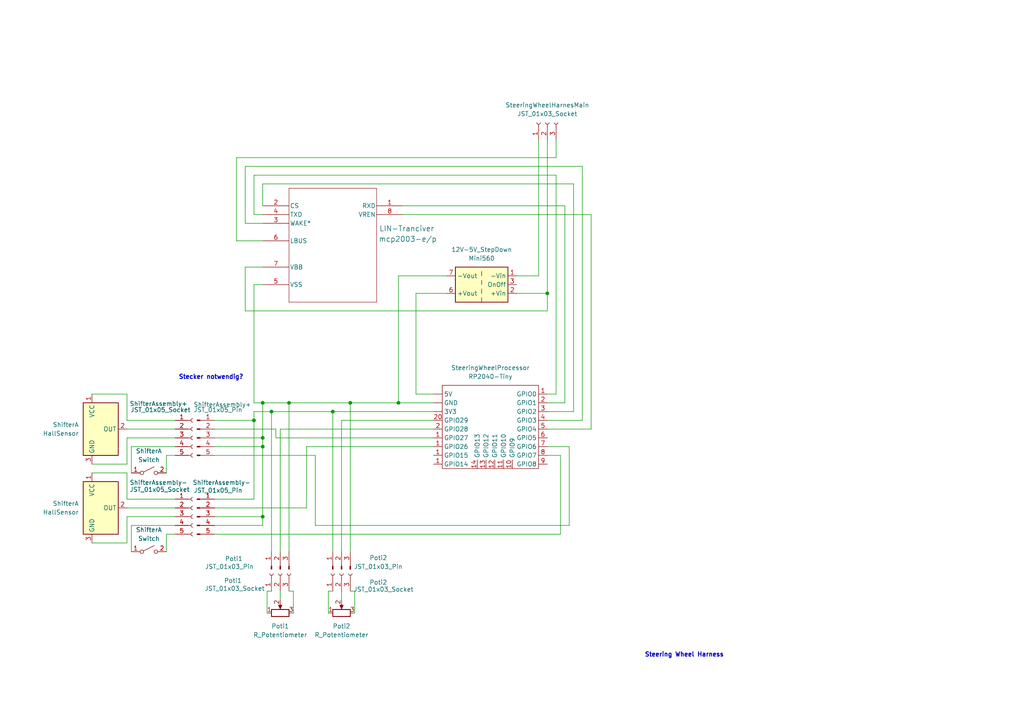
<source format=kicad_sch>
(kicad_sch
	(version 20250114)
	(generator "eeschema")
	(generator_version "9.0")
	(uuid "26449539-b9ef-4d40-8892-de21876452c8")
	(paper "A4")
	(lib_symbols
		(symbol "2025-12-16_20-59-18:mcp2003-e_p"
			(pin_names
				(offset 0.254)
			)
			(exclude_from_sim no)
			(in_bom yes)
			(on_board yes)
			(property "Reference" "U"
				(at 20.32 10.16 0)
				(effects
					(font
						(size 1.524 1.524)
					)
				)
			)
			(property "Value" "mcp2003-e/p"
				(at 20.32 7.62 0)
				(effects
					(font
						(size 1.524 1.524)
					)
				)
			)
			(property "Footprint" "PDIP8_300MC_MCH"
				(at 0 0 0)
				(effects
					(font
						(size 1.27 1.27)
						(italic yes)
					)
					(hide yes)
				)
			)
			(property "Datasheet" "mcp2003-e/p"
				(at 0 0 0)
				(effects
					(font
						(size 1.27 1.27)
						(italic yes)
					)
					(hide yes)
				)
			)
			(property "Description" ""
				(at 0 0 0)
				(effects
					(font
						(size 1.27 1.27)
					)
					(hide yes)
				)
			)
			(property "ki_locked" ""
				(at 0 0 0)
				(effects
					(font
						(size 1.27 1.27)
					)
				)
			)
			(property "ki_keywords" "mcp2003-e/p"
				(at 0 0 0)
				(effects
					(font
						(size 1.27 1.27)
					)
					(hide yes)
				)
			)
			(property "ki_fp_filters" "PDIP8_300MC_MCH"
				(at 0 0 0)
				(effects
					(font
						(size 1.27 1.27)
					)
					(hide yes)
				)
			)
			(symbol "mcp2003-e_p_0_1"
				(polyline
					(pts
						(xy 7.62 5.08) (xy 7.62 -27.94)
					)
					(stroke
						(width 0.127)
						(type default)
					)
					(fill
						(type none)
					)
				)
				(polyline
					(pts
						(xy 7.62 -27.94) (xy 33.02 -27.94)
					)
					(stroke
						(width 0.127)
						(type default)
					)
					(fill
						(type none)
					)
				)
				(polyline
					(pts
						(xy 33.02 5.08) (xy 7.62 5.08)
					)
					(stroke
						(width 0.127)
						(type default)
					)
					(fill
						(type none)
					)
				)
				(polyline
					(pts
						(xy 33.02 -27.94) (xy 33.02 5.08)
					)
					(stroke
						(width 0.127)
						(type default)
					)
					(fill
						(type none)
					)
				)
				(pin input line
					(at 0 0 0)
					(length 7.62)
					(name "CS"
						(effects
							(font
								(size 1.27 1.27)
							)
						)
					)
					(number "2"
						(effects
							(font
								(size 1.27 1.27)
							)
						)
					)
				)
				(pin input line
					(at 0 -2.54 0)
					(length 7.62)
					(name "TXD"
						(effects
							(font
								(size 1.27 1.27)
							)
						)
					)
					(number "4"
						(effects
							(font
								(size 1.27 1.27)
							)
						)
					)
				)
				(pin input line
					(at 0 -5.08 0)
					(length 7.62)
					(name "WAKE*"
						(effects
							(font
								(size 1.27 1.27)
							)
						)
					)
					(number "3"
						(effects
							(font
								(size 1.27 1.27)
							)
						)
					)
				)
				(pin bidirectional line
					(at 0 -10.16 0)
					(length 7.62)
					(name "LBUS"
						(effects
							(font
								(size 1.27 1.27)
							)
						)
					)
					(number "6"
						(effects
							(font
								(size 1.27 1.27)
							)
						)
					)
				)
				(pin power_in line
					(at 0 -17.78 0)
					(length 7.62)
					(name "VBB"
						(effects
							(font
								(size 1.27 1.27)
							)
						)
					)
					(number "7"
						(effects
							(font
								(size 1.27 1.27)
							)
						)
					)
				)
				(pin power_in line
					(at 0 -22.86 0)
					(length 7.62)
					(name "VSS"
						(effects
							(font
								(size 1.27 1.27)
							)
						)
					)
					(number "5"
						(effects
							(font
								(size 1.27 1.27)
							)
						)
					)
				)
				(pin output line
					(at 40.64 0 180)
					(length 7.62)
					(name "RXD"
						(effects
							(font
								(size 1.27 1.27)
							)
						)
					)
					(number "1"
						(effects
							(font
								(size 1.27 1.27)
							)
						)
					)
				)
				(pin output line
					(at 40.64 -2.54 180)
					(length 7.62)
					(name "VREN"
						(effects
							(font
								(size 1.27 1.27)
							)
						)
					)
					(number "8"
						(effects
							(font
								(size 1.27 1.27)
							)
						)
					)
				)
			)
			(embedded_fonts no)
		)
		(symbol "Connector:Conn_01x03_Pin"
			(pin_names
				(offset 1.016)
				(hide yes)
			)
			(exclude_from_sim no)
			(in_bom yes)
			(on_board yes)
			(property "Reference" "J"
				(at 0 5.08 0)
				(effects
					(font
						(size 1.27 1.27)
					)
				)
			)
			(property "Value" "Conn_01x03_Pin"
				(at 0 -5.08 0)
				(effects
					(font
						(size 1.27 1.27)
					)
				)
			)
			(property "Footprint" ""
				(at 0 0 0)
				(effects
					(font
						(size 1.27 1.27)
					)
					(hide yes)
				)
			)
			(property "Datasheet" "~"
				(at 0 0 0)
				(effects
					(font
						(size 1.27 1.27)
					)
					(hide yes)
				)
			)
			(property "Description" "Generic connector, single row, 01x03, script generated"
				(at 0 0 0)
				(effects
					(font
						(size 1.27 1.27)
					)
					(hide yes)
				)
			)
			(property "ki_locked" ""
				(at 0 0 0)
				(effects
					(font
						(size 1.27 1.27)
					)
				)
			)
			(property "ki_keywords" "connector"
				(at 0 0 0)
				(effects
					(font
						(size 1.27 1.27)
					)
					(hide yes)
				)
			)
			(property "ki_fp_filters" "Connector*:*_1x??_*"
				(at 0 0 0)
				(effects
					(font
						(size 1.27 1.27)
					)
					(hide yes)
				)
			)
			(symbol "Conn_01x03_Pin_1_1"
				(rectangle
					(start 0.8636 2.667)
					(end 0 2.413)
					(stroke
						(width 0.1524)
						(type default)
					)
					(fill
						(type outline)
					)
				)
				(rectangle
					(start 0.8636 0.127)
					(end 0 -0.127)
					(stroke
						(width 0.1524)
						(type default)
					)
					(fill
						(type outline)
					)
				)
				(rectangle
					(start 0.8636 -2.413)
					(end 0 -2.667)
					(stroke
						(width 0.1524)
						(type default)
					)
					(fill
						(type outline)
					)
				)
				(polyline
					(pts
						(xy 1.27 2.54) (xy 0.8636 2.54)
					)
					(stroke
						(width 0.1524)
						(type default)
					)
					(fill
						(type none)
					)
				)
				(polyline
					(pts
						(xy 1.27 0) (xy 0.8636 0)
					)
					(stroke
						(width 0.1524)
						(type default)
					)
					(fill
						(type none)
					)
				)
				(polyline
					(pts
						(xy 1.27 -2.54) (xy 0.8636 -2.54)
					)
					(stroke
						(width 0.1524)
						(type default)
					)
					(fill
						(type none)
					)
				)
				(pin passive line
					(at 5.08 2.54 180)
					(length 3.81)
					(name "Pin_1"
						(effects
							(font
								(size 1.27 1.27)
							)
						)
					)
					(number "1"
						(effects
							(font
								(size 1.27 1.27)
							)
						)
					)
				)
				(pin passive line
					(at 5.08 0 180)
					(length 3.81)
					(name "Pin_2"
						(effects
							(font
								(size 1.27 1.27)
							)
						)
					)
					(number "2"
						(effects
							(font
								(size 1.27 1.27)
							)
						)
					)
				)
				(pin passive line
					(at 5.08 -2.54 180)
					(length 3.81)
					(name "Pin_3"
						(effects
							(font
								(size 1.27 1.27)
							)
						)
					)
					(number "3"
						(effects
							(font
								(size 1.27 1.27)
							)
						)
					)
				)
			)
			(embedded_fonts no)
		)
		(symbol "Connector:Conn_01x03_Socket"
			(pin_names
				(offset 1.016)
				(hide yes)
			)
			(exclude_from_sim no)
			(in_bom yes)
			(on_board yes)
			(property "Reference" "J"
				(at 0 5.08 0)
				(effects
					(font
						(size 1.27 1.27)
					)
				)
			)
			(property "Value" "Conn_01x03_Socket"
				(at 0 -5.08 0)
				(effects
					(font
						(size 1.27 1.27)
					)
				)
			)
			(property "Footprint" ""
				(at 0 0 0)
				(effects
					(font
						(size 1.27 1.27)
					)
					(hide yes)
				)
			)
			(property "Datasheet" "~"
				(at 0 0 0)
				(effects
					(font
						(size 1.27 1.27)
					)
					(hide yes)
				)
			)
			(property "Description" "Generic connector, single row, 01x03, script generated"
				(at 0 0 0)
				(effects
					(font
						(size 1.27 1.27)
					)
					(hide yes)
				)
			)
			(property "ki_locked" ""
				(at 0 0 0)
				(effects
					(font
						(size 1.27 1.27)
					)
				)
			)
			(property "ki_keywords" "connector"
				(at 0 0 0)
				(effects
					(font
						(size 1.27 1.27)
					)
					(hide yes)
				)
			)
			(property "ki_fp_filters" "Connector*:*_1x??_*"
				(at 0 0 0)
				(effects
					(font
						(size 1.27 1.27)
					)
					(hide yes)
				)
			)
			(symbol "Conn_01x03_Socket_1_1"
				(polyline
					(pts
						(xy -1.27 2.54) (xy -0.508 2.54)
					)
					(stroke
						(width 0.1524)
						(type default)
					)
					(fill
						(type none)
					)
				)
				(polyline
					(pts
						(xy -1.27 0) (xy -0.508 0)
					)
					(stroke
						(width 0.1524)
						(type default)
					)
					(fill
						(type none)
					)
				)
				(polyline
					(pts
						(xy -1.27 -2.54) (xy -0.508 -2.54)
					)
					(stroke
						(width 0.1524)
						(type default)
					)
					(fill
						(type none)
					)
				)
				(arc
					(start 0 2.032)
					(mid -0.5058 2.54)
					(end 0 3.048)
					(stroke
						(width 0.1524)
						(type default)
					)
					(fill
						(type none)
					)
				)
				(arc
					(start 0 -0.508)
					(mid -0.5058 0)
					(end 0 0.508)
					(stroke
						(width 0.1524)
						(type default)
					)
					(fill
						(type none)
					)
				)
				(arc
					(start 0 -3.048)
					(mid -0.5058 -2.54)
					(end 0 -2.032)
					(stroke
						(width 0.1524)
						(type default)
					)
					(fill
						(type none)
					)
				)
				(pin passive line
					(at -5.08 2.54 0)
					(length 3.81)
					(name "Pin_1"
						(effects
							(font
								(size 1.27 1.27)
							)
						)
					)
					(number "1"
						(effects
							(font
								(size 1.27 1.27)
							)
						)
					)
				)
				(pin passive line
					(at -5.08 0 0)
					(length 3.81)
					(name "Pin_2"
						(effects
							(font
								(size 1.27 1.27)
							)
						)
					)
					(number "2"
						(effects
							(font
								(size 1.27 1.27)
							)
						)
					)
				)
				(pin passive line
					(at -5.08 -2.54 0)
					(length 3.81)
					(name "Pin_3"
						(effects
							(font
								(size 1.27 1.27)
							)
						)
					)
					(number "3"
						(effects
							(font
								(size 1.27 1.27)
							)
						)
					)
				)
			)
			(embedded_fonts no)
		)
		(symbol "Connector:Conn_01x05_Pin"
			(pin_names
				(offset 1.016)
				(hide yes)
			)
			(exclude_from_sim no)
			(in_bom yes)
			(on_board yes)
			(property "Reference" "J"
				(at 0 7.62 0)
				(effects
					(font
						(size 1.27 1.27)
					)
				)
			)
			(property "Value" "Conn_01x05_Pin"
				(at 0 -7.62 0)
				(effects
					(font
						(size 1.27 1.27)
					)
				)
			)
			(property "Footprint" ""
				(at 0 0 0)
				(effects
					(font
						(size 1.27 1.27)
					)
					(hide yes)
				)
			)
			(property "Datasheet" "~"
				(at 0 0 0)
				(effects
					(font
						(size 1.27 1.27)
					)
					(hide yes)
				)
			)
			(property "Description" "Generic connector, single row, 01x05, script generated"
				(at 0 0 0)
				(effects
					(font
						(size 1.27 1.27)
					)
					(hide yes)
				)
			)
			(property "ki_locked" ""
				(at 0 0 0)
				(effects
					(font
						(size 1.27 1.27)
					)
				)
			)
			(property "ki_keywords" "connector"
				(at 0 0 0)
				(effects
					(font
						(size 1.27 1.27)
					)
					(hide yes)
				)
			)
			(property "ki_fp_filters" "Connector*:*_1x??_*"
				(at 0 0 0)
				(effects
					(font
						(size 1.27 1.27)
					)
					(hide yes)
				)
			)
			(symbol "Conn_01x05_Pin_1_1"
				(rectangle
					(start 0.8636 5.207)
					(end 0 4.953)
					(stroke
						(width 0.1524)
						(type default)
					)
					(fill
						(type outline)
					)
				)
				(rectangle
					(start 0.8636 2.667)
					(end 0 2.413)
					(stroke
						(width 0.1524)
						(type default)
					)
					(fill
						(type outline)
					)
				)
				(rectangle
					(start 0.8636 0.127)
					(end 0 -0.127)
					(stroke
						(width 0.1524)
						(type default)
					)
					(fill
						(type outline)
					)
				)
				(rectangle
					(start 0.8636 -2.413)
					(end 0 -2.667)
					(stroke
						(width 0.1524)
						(type default)
					)
					(fill
						(type outline)
					)
				)
				(rectangle
					(start 0.8636 -4.953)
					(end 0 -5.207)
					(stroke
						(width 0.1524)
						(type default)
					)
					(fill
						(type outline)
					)
				)
				(polyline
					(pts
						(xy 1.27 5.08) (xy 0.8636 5.08)
					)
					(stroke
						(width 0.1524)
						(type default)
					)
					(fill
						(type none)
					)
				)
				(polyline
					(pts
						(xy 1.27 2.54) (xy 0.8636 2.54)
					)
					(stroke
						(width 0.1524)
						(type default)
					)
					(fill
						(type none)
					)
				)
				(polyline
					(pts
						(xy 1.27 0) (xy 0.8636 0)
					)
					(stroke
						(width 0.1524)
						(type default)
					)
					(fill
						(type none)
					)
				)
				(polyline
					(pts
						(xy 1.27 -2.54) (xy 0.8636 -2.54)
					)
					(stroke
						(width 0.1524)
						(type default)
					)
					(fill
						(type none)
					)
				)
				(polyline
					(pts
						(xy 1.27 -5.08) (xy 0.8636 -5.08)
					)
					(stroke
						(width 0.1524)
						(type default)
					)
					(fill
						(type none)
					)
				)
				(pin passive line
					(at 5.08 5.08 180)
					(length 3.81)
					(name "Pin_1"
						(effects
							(font
								(size 1.27 1.27)
							)
						)
					)
					(number "1"
						(effects
							(font
								(size 1.27 1.27)
							)
						)
					)
				)
				(pin passive line
					(at 5.08 2.54 180)
					(length 3.81)
					(name "Pin_2"
						(effects
							(font
								(size 1.27 1.27)
							)
						)
					)
					(number "2"
						(effects
							(font
								(size 1.27 1.27)
							)
						)
					)
				)
				(pin passive line
					(at 5.08 0 180)
					(length 3.81)
					(name "Pin_3"
						(effects
							(font
								(size 1.27 1.27)
							)
						)
					)
					(number "3"
						(effects
							(font
								(size 1.27 1.27)
							)
						)
					)
				)
				(pin passive line
					(at 5.08 -2.54 180)
					(length 3.81)
					(name "Pin_4"
						(effects
							(font
								(size 1.27 1.27)
							)
						)
					)
					(number "4"
						(effects
							(font
								(size 1.27 1.27)
							)
						)
					)
				)
				(pin passive line
					(at 5.08 -5.08 180)
					(length 3.81)
					(name "Pin_5"
						(effects
							(font
								(size 1.27 1.27)
							)
						)
					)
					(number "5"
						(effects
							(font
								(size 1.27 1.27)
							)
						)
					)
				)
			)
			(embedded_fonts no)
		)
		(symbol "Connector:Conn_01x05_Socket"
			(pin_names
				(offset 1.016)
				(hide yes)
			)
			(exclude_from_sim no)
			(in_bom yes)
			(on_board yes)
			(property "Reference" "J"
				(at 0 7.62 0)
				(effects
					(font
						(size 1.27 1.27)
					)
				)
			)
			(property "Value" "Conn_01x05_Socket"
				(at 0 -7.62 0)
				(effects
					(font
						(size 1.27 1.27)
					)
				)
			)
			(property "Footprint" ""
				(at 0 0 0)
				(effects
					(font
						(size 1.27 1.27)
					)
					(hide yes)
				)
			)
			(property "Datasheet" "~"
				(at 0 0 0)
				(effects
					(font
						(size 1.27 1.27)
					)
					(hide yes)
				)
			)
			(property "Description" "Generic connector, single row, 01x05, script generated"
				(at 0 0 0)
				(effects
					(font
						(size 1.27 1.27)
					)
					(hide yes)
				)
			)
			(property "ki_locked" ""
				(at 0 0 0)
				(effects
					(font
						(size 1.27 1.27)
					)
				)
			)
			(property "ki_keywords" "connector"
				(at 0 0 0)
				(effects
					(font
						(size 1.27 1.27)
					)
					(hide yes)
				)
			)
			(property "ki_fp_filters" "Connector*:*_1x??_*"
				(at 0 0 0)
				(effects
					(font
						(size 1.27 1.27)
					)
					(hide yes)
				)
			)
			(symbol "Conn_01x05_Socket_1_1"
				(polyline
					(pts
						(xy -1.27 5.08) (xy -0.508 5.08)
					)
					(stroke
						(width 0.1524)
						(type default)
					)
					(fill
						(type none)
					)
				)
				(polyline
					(pts
						(xy -1.27 2.54) (xy -0.508 2.54)
					)
					(stroke
						(width 0.1524)
						(type default)
					)
					(fill
						(type none)
					)
				)
				(polyline
					(pts
						(xy -1.27 0) (xy -0.508 0)
					)
					(stroke
						(width 0.1524)
						(type default)
					)
					(fill
						(type none)
					)
				)
				(polyline
					(pts
						(xy -1.27 -2.54) (xy -0.508 -2.54)
					)
					(stroke
						(width 0.1524)
						(type default)
					)
					(fill
						(type none)
					)
				)
				(polyline
					(pts
						(xy -1.27 -5.08) (xy -0.508 -5.08)
					)
					(stroke
						(width 0.1524)
						(type default)
					)
					(fill
						(type none)
					)
				)
				(arc
					(start 0 4.572)
					(mid -0.5058 5.08)
					(end 0 5.588)
					(stroke
						(width 0.1524)
						(type default)
					)
					(fill
						(type none)
					)
				)
				(arc
					(start 0 2.032)
					(mid -0.5058 2.54)
					(end 0 3.048)
					(stroke
						(width 0.1524)
						(type default)
					)
					(fill
						(type none)
					)
				)
				(arc
					(start 0 -0.508)
					(mid -0.5058 0)
					(end 0 0.508)
					(stroke
						(width 0.1524)
						(type default)
					)
					(fill
						(type none)
					)
				)
				(arc
					(start 0 -3.048)
					(mid -0.5058 -2.54)
					(end 0 -2.032)
					(stroke
						(width 0.1524)
						(type default)
					)
					(fill
						(type none)
					)
				)
				(arc
					(start 0 -5.588)
					(mid -0.5058 -5.08)
					(end 0 -4.572)
					(stroke
						(width 0.1524)
						(type default)
					)
					(fill
						(type none)
					)
				)
				(pin passive line
					(at -5.08 5.08 0)
					(length 3.81)
					(name "Pin_1"
						(effects
							(font
								(size 1.27 1.27)
							)
						)
					)
					(number "1"
						(effects
							(font
								(size 1.27 1.27)
							)
						)
					)
				)
				(pin passive line
					(at -5.08 2.54 0)
					(length 3.81)
					(name "Pin_2"
						(effects
							(font
								(size 1.27 1.27)
							)
						)
					)
					(number "2"
						(effects
							(font
								(size 1.27 1.27)
							)
						)
					)
				)
				(pin passive line
					(at -5.08 0 0)
					(length 3.81)
					(name "Pin_3"
						(effects
							(font
								(size 1.27 1.27)
							)
						)
					)
					(number "3"
						(effects
							(font
								(size 1.27 1.27)
							)
						)
					)
				)
				(pin passive line
					(at -5.08 -2.54 0)
					(length 3.81)
					(name "Pin_4"
						(effects
							(font
								(size 1.27 1.27)
							)
						)
					)
					(number "4"
						(effects
							(font
								(size 1.27 1.27)
							)
						)
					)
				)
				(pin passive line
					(at -5.08 -5.08 0)
					(length 3.81)
					(name "Pin_5"
						(effects
							(font
								(size 1.27 1.27)
							)
						)
					)
					(number "5"
						(effects
							(font
								(size 1.27 1.27)
							)
						)
					)
				)
			)
			(embedded_fonts no)
		)
		(symbol "Converter_DCDC:ITQ2412SA"
			(exclude_from_sim no)
			(in_bom yes)
			(on_board yes)
			(property "Reference" "PS"
				(at -7.62 6.35 0)
				(effects
					(font
						(size 1.27 1.27)
					)
					(justify left)
				)
			)
			(property "Value" "ITQ2412SA"
				(at 1.27 6.35 0)
				(effects
					(font
						(size 1.27 1.27)
					)
					(justify left)
				)
			)
			(property "Footprint" "Converter_DCDC:Converter_DCDC_XP_POWER-ITxxxxxS_THT"
				(at -26.67 -6.35 0)
				(effects
					(font
						(size 1.27 1.27)
					)
					(justify left)
					(hide yes)
				)
			)
			(property "Datasheet" "https://www.xppower.com/pdfs/SF_ITQ.pdf"
				(at 26.67 -7.62 0)
				(effects
					(font
						(size 1.27 1.27)
					)
					(justify left)
					(hide yes)
				)
			)
			(property "Description" "XP Power 6W, 1000 VDC Isolated DC/DC Converter Module, Single Output Voltage 12V, ±500mA, 24V Input Voltage, SIP"
				(at 0 0 0)
				(effects
					(font
						(size 1.27 1.27)
					)
					(hide yes)
				)
			)
			(property "ki_keywords" "XP_POWER DC/DC isolated Converter module"
				(at 0 0 0)
				(effects
					(font
						(size 1.27 1.27)
					)
					(hide yes)
				)
			)
			(property "ki_fp_filters" "*XP?POWER?ITxxxxx*"
				(at 0 0 0)
				(effects
					(font
						(size 1.27 1.27)
					)
					(hide yes)
				)
			)
			(symbol "ITQ2412SA_0_0"
				(pin power_in line
					(at -10.16 2.54 0)
					(length 2.54)
					(name "+Vin"
						(effects
							(font
								(size 1.27 1.27)
							)
						)
					)
					(number "2"
						(effects
							(font
								(size 1.27 1.27)
							)
						)
					)
				)
				(pin input line
					(at -10.16 0 0)
					(length 2.54)
					(name "OnOff"
						(effects
							(font
								(size 1.27 1.27)
							)
						)
					)
					(number "3"
						(effects
							(font
								(size 1.27 1.27)
							)
						)
					)
				)
				(pin power_in line
					(at -10.16 -2.54 0)
					(length 2.54)
					(name "-Vin"
						(effects
							(font
								(size 1.27 1.27)
							)
						)
					)
					(number "1"
						(effects
							(font
								(size 1.27 1.27)
							)
						)
					)
				)
				(pin no_connect line
					(at 0 5.08 270)
					(length 2.54)
					(hide yes)
					(name "NC"
						(effects
							(font
								(size 1.27 1.27)
							)
						)
					)
					(number "5"
						(effects
							(font
								(size 1.27 1.27)
							)
						)
					)
				)
				(pin no_connect line
					(at 7.62 0 180)
					(length 2.54)
					(hide yes)
					(name "NC"
						(effects
							(font
								(size 1.27 1.27)
							)
						)
					)
					(number "8"
						(effects
							(font
								(size 1.27 1.27)
							)
						)
					)
				)
				(pin power_out line
					(at 10.16 2.54 180)
					(length 2.54)
					(name "+Vout"
						(effects
							(font
								(size 1.27 1.27)
							)
						)
					)
					(number "6"
						(effects
							(font
								(size 1.27 1.27)
							)
						)
					)
				)
				(pin power_out line
					(at 10.16 -2.54 180)
					(length 2.54)
					(name "-Vout"
						(effects
							(font
								(size 1.27 1.27)
							)
						)
					)
					(number "7"
						(effects
							(font
								(size 1.27 1.27)
							)
						)
					)
				)
			)
			(symbol "ITQ2412SA_0_1"
				(rectangle
					(start -7.62 5.08)
					(end 7.62 -5.08)
					(stroke
						(width 0.254)
						(type default)
					)
					(fill
						(type background)
					)
				)
				(polyline
					(pts
						(xy 0 5.08) (xy 0 3.81)
					)
					(stroke
						(width 0)
						(type default)
					)
					(fill
						(type none)
					)
				)
				(polyline
					(pts
						(xy 0 2.54) (xy 0 1.27)
					)
					(stroke
						(width 0)
						(type default)
					)
					(fill
						(type none)
					)
				)
				(polyline
					(pts
						(xy 0 0) (xy 0 -1.27)
					)
					(stroke
						(width 0)
						(type default)
					)
					(fill
						(type none)
					)
				)
				(polyline
					(pts
						(xy 0 -2.54) (xy 0 -3.81)
					)
					(stroke
						(width 0)
						(type default)
					)
					(fill
						(type none)
					)
				)
			)
			(embedded_fonts no)
		)
		(symbol "Device:R_Potentiometer"
			(pin_names
				(offset 1.016)
				(hide yes)
			)
			(exclude_from_sim no)
			(in_bom yes)
			(on_board yes)
			(property "Reference" "RV"
				(at -4.445 0 90)
				(effects
					(font
						(size 1.27 1.27)
					)
				)
			)
			(property "Value" "R_Potentiometer"
				(at -2.54 0 90)
				(effects
					(font
						(size 1.27 1.27)
					)
				)
			)
			(property "Footprint" ""
				(at 0 0 0)
				(effects
					(font
						(size 1.27 1.27)
					)
					(hide yes)
				)
			)
			(property "Datasheet" "~"
				(at 0 0 0)
				(effects
					(font
						(size 1.27 1.27)
					)
					(hide yes)
				)
			)
			(property "Description" "Potentiometer"
				(at 0 0 0)
				(effects
					(font
						(size 1.27 1.27)
					)
					(hide yes)
				)
			)
			(property "ki_keywords" "resistor variable"
				(at 0 0 0)
				(effects
					(font
						(size 1.27 1.27)
					)
					(hide yes)
				)
			)
			(property "ki_fp_filters" "Potentiometer*"
				(at 0 0 0)
				(effects
					(font
						(size 1.27 1.27)
					)
					(hide yes)
				)
			)
			(symbol "R_Potentiometer_0_1"
				(rectangle
					(start 1.016 2.54)
					(end -1.016 -2.54)
					(stroke
						(width 0.254)
						(type default)
					)
					(fill
						(type none)
					)
				)
				(polyline
					(pts
						(xy 1.143 0) (xy 2.286 0.508) (xy 2.286 -0.508) (xy 1.143 0)
					)
					(stroke
						(width 0)
						(type default)
					)
					(fill
						(type outline)
					)
				)
				(polyline
					(pts
						(xy 2.54 0) (xy 1.524 0)
					)
					(stroke
						(width 0)
						(type default)
					)
					(fill
						(type none)
					)
				)
			)
			(symbol "R_Potentiometer_1_1"
				(pin passive line
					(at 0 3.81 270)
					(length 1.27)
					(name "1"
						(effects
							(font
								(size 1.27 1.27)
							)
						)
					)
					(number "1"
						(effects
							(font
								(size 1.27 1.27)
							)
						)
					)
				)
				(pin passive line
					(at 0 -3.81 90)
					(length 1.27)
					(name "3"
						(effects
							(font
								(size 1.27 1.27)
							)
						)
					)
					(number "3"
						(effects
							(font
								(size 1.27 1.27)
							)
						)
					)
				)
				(pin passive line
					(at 3.81 0 180)
					(length 1.27)
					(name "2"
						(effects
							(font
								(size 1.27 1.27)
							)
						)
					)
					(number "2"
						(effects
							(font
								(size 1.27 1.27)
							)
						)
					)
				)
			)
			(embedded_fonts no)
		)
		(symbol "RP2040-Tiny:RP2040-Tiny"
			(exclude_from_sim no)
			(in_bom yes)
			(on_board yes)
			(property "Reference" "U"
				(at 0 0 0)
				(effects
					(font
						(size 1.27 1.27)
					)
				)
			)
			(property "Value" ""
				(at 0 0 0)
				(effects
					(font
						(size 1.27 1.27)
					)
				)
			)
			(property "Footprint" ""
				(at 0 0 0)
				(effects
					(font
						(size 1.27 1.27)
					)
					(hide yes)
				)
			)
			(property "Datasheet" ""
				(at 0 0 0)
				(effects
					(font
						(size 1.27 1.27)
					)
					(hide yes)
				)
			)
			(property "Description" ""
				(at 0 0 0)
				(effects
					(font
						(size 1.27 1.27)
					)
					(hide yes)
				)
			)
			(symbol "RP2040-Tiny_0_1"
				(rectangle
					(start 0 0)
					(end 27.94 -24.13)
					(stroke
						(width 0)
						(type default)
					)
					(fill
						(type none)
					)
				)
			)
			(symbol "RP2040-Tiny_1_1"
				(pin bidirectional line
					(at -2.54 -2.54 0)
					(length 2.54)
					(name "5V"
						(effects
							(font
								(size 1.27 1.27)
							)
						)
					)
					(number ""
						(effects
							(font
								(size 1.27 1.27)
							)
						)
					)
				)
				(pin bidirectional line
					(at -2.54 -5.08 0)
					(length 2.54)
					(name "GND"
						(effects
							(font
								(size 1.27 1.27)
							)
						)
					)
					(number ""
						(effects
							(font
								(size 1.27 1.27)
							)
						)
					)
				)
				(pin bidirectional line
					(at -2.54 -7.62 0)
					(length 2.54)
					(name "3V3"
						(effects
							(font
								(size 1.27 1.27)
							)
						)
					)
					(number ""
						(effects
							(font
								(size 1.27 1.27)
							)
						)
					)
				)
				(pin bidirectional line
					(at -2.54 -10.16 0)
					(length 2.54)
					(name "GPIO29"
						(effects
							(font
								(size 1.27 1.27)
							)
						)
					)
					(number "20"
						(effects
							(font
								(size 1.27 1.27)
							)
						)
					)
				)
				(pin bidirectional line
					(at -2.54 -12.7 0)
					(length 2.54)
					(name "GPIO28"
						(effects
							(font
								(size 1.27 1.27)
							)
						)
					)
					(number "2"
						(effects
							(font
								(size 1.27 1.27)
							)
						)
					)
				)
				(pin bidirectional line
					(at -2.54 -15.24 0)
					(length 2.54)
					(name "GPIO27"
						(effects
							(font
								(size 1.27 1.27)
							)
						)
					)
					(number "1"
						(effects
							(font
								(size 1.27 1.27)
							)
						)
					)
				)
				(pin bidirectional line
					(at -2.54 -17.78 0)
					(length 2.54)
					(name "GPIO26"
						(effects
							(font
								(size 1.27 1.27)
							)
						)
					)
					(number "1"
						(effects
							(font
								(size 1.27 1.27)
							)
						)
					)
				)
				(pin bidirectional line
					(at -2.54 -20.32 0)
					(length 2.54)
					(name "GPIO15"
						(effects
							(font
								(size 1.27 1.27)
							)
						)
					)
					(number "1"
						(effects
							(font
								(size 1.27 1.27)
							)
						)
					)
				)
				(pin bidirectional line
					(at -2.54 -22.86 0)
					(length 2.54)
					(name "GPIO14"
						(effects
							(font
								(size 1.27 1.27)
							)
						)
					)
					(number "1"
						(effects
							(font
								(size 1.27 1.27)
							)
						)
					)
				)
				(pin bidirectional line
					(at 10.16 -24.13 90)
					(length 2.54)
					(name "GPIO13"
						(effects
							(font
								(size 1.27 1.27)
							)
						)
					)
					(number "14"
						(effects
							(font
								(size 1.27 1.27)
							)
						)
					)
				)
				(pin bidirectional line
					(at 12.7 -24.13 90)
					(length 2.54)
					(name "GPIO12"
						(effects
							(font
								(size 1.27 1.27)
							)
						)
					)
					(number "13"
						(effects
							(font
								(size 1.27 1.27)
							)
						)
					)
				)
				(pin bidirectional line
					(at 15.24 -24.13 90)
					(length 2.54)
					(name "GPIO11"
						(effects
							(font
								(size 1.27 1.27)
							)
						)
					)
					(number "12"
						(effects
							(font
								(size 1.27 1.27)
							)
						)
					)
				)
				(pin bidirectional line
					(at 17.78 -24.13 90)
					(length 2.54)
					(name "GPIO10"
						(effects
							(font
								(size 1.27 1.27)
							)
						)
					)
					(number "11"
						(effects
							(font
								(size 1.27 1.27)
							)
						)
					)
				)
				(pin bidirectional line
					(at 20.32 -24.13 90)
					(length 2.54)
					(name "GPIO9"
						(effects
							(font
								(size 1.27 1.27)
							)
						)
					)
					(number "10"
						(effects
							(font
								(size 1.27 1.27)
							)
						)
					)
				)
				(pin bidirectional line
					(at 30.48 -2.54 180)
					(length 2.54)
					(name "GPIO0"
						(effects
							(font
								(size 1.27 1.27)
							)
						)
					)
					(number "1"
						(effects
							(font
								(size 1.27 1.27)
							)
						)
					)
				)
				(pin bidirectional line
					(at 30.48 -5.08 180)
					(length 2.54)
					(name "GPIO1"
						(effects
							(font
								(size 1.27 1.27)
							)
						)
					)
					(number "2"
						(effects
							(font
								(size 1.27 1.27)
							)
						)
					)
				)
				(pin bidirectional line
					(at 30.48 -7.62 180)
					(length 2.54)
					(name "GPIO2"
						(effects
							(font
								(size 1.27 1.27)
							)
						)
					)
					(number "3"
						(effects
							(font
								(size 1.27 1.27)
							)
						)
					)
				)
				(pin bidirectional line
					(at 30.48 -10.16 180)
					(length 2.54)
					(name "GPIO3"
						(effects
							(font
								(size 1.27 1.27)
							)
						)
					)
					(number "4"
						(effects
							(font
								(size 1.27 1.27)
							)
						)
					)
				)
				(pin bidirectional line
					(at 30.48 -12.7 180)
					(length 2.54)
					(name "GPIO4"
						(effects
							(font
								(size 1.27 1.27)
							)
						)
					)
					(number "5"
						(effects
							(font
								(size 1.27 1.27)
							)
						)
					)
				)
				(pin bidirectional line
					(at 30.48 -15.24 180)
					(length 2.54)
					(name "GPIO5"
						(effects
							(font
								(size 1.27 1.27)
							)
						)
					)
					(number "6"
						(effects
							(font
								(size 1.27 1.27)
							)
						)
					)
				)
				(pin bidirectional line
					(at 30.48 -17.78 180)
					(length 2.54)
					(name "GPIO6"
						(effects
							(font
								(size 1.27 1.27)
							)
						)
					)
					(number "7"
						(effects
							(font
								(size 1.27 1.27)
							)
						)
					)
				)
				(pin bidirectional line
					(at 30.48 -20.32 180)
					(length 2.54)
					(name "GPIO7"
						(effects
							(font
								(size 1.27 1.27)
							)
						)
					)
					(number "8"
						(effects
							(font
								(size 1.27 1.27)
							)
						)
					)
				)
				(pin bidirectional line
					(at 30.48 -22.86 180)
					(length 2.54)
					(name "GPIO8"
						(effects
							(font
								(size 1.27 1.27)
							)
						)
					)
					(number "9"
						(effects
							(font
								(size 1.27 1.27)
							)
						)
					)
				)
			)
			(embedded_fonts no)
		)
		(symbol "Sensor_Magnetic:DRV5033AJxDBZ"
			(exclude_from_sim no)
			(in_bom yes)
			(on_board yes)
			(property "Reference" "U"
				(at 2.54 12.7 0)
				(effects
					(font
						(size 1.27 1.27)
					)
				)
			)
			(property "Value" "DRV5033AJxDBZ"
				(at 2.54 10.16 0)
				(effects
					(font
						(size 1.27 1.27)
					)
				)
			)
			(property "Footprint" "Package_TO_SOT_SMD:SOT-23"
				(at 0 0 0)
				(effects
					(font
						(size 1.27 1.27)
					)
					(hide yes)
				)
			)
			(property "Datasheet" "https://www.ti.com/lit/ds/symlink/drv5033.pdf"
				(at 0 0 0)
				(effects
					(font
						(size 1.27 1.27)
					)
					(hide yes)
				)
			)
			(property "Description" "±6.9 / ±3.5 mT, 20-kHz, 2-38V, SOT-23"
				(at 0 0 0)
				(effects
					(font
						(size 1.27 1.27)
					)
					(hide yes)
				)
			)
			(property "ki_keywords" "Digital Omnipolar Switch Hall Effect Sensor"
				(at 0 0 0)
				(effects
					(font
						(size 1.27 1.27)
					)
					(hide yes)
				)
			)
			(property "ki_fp_filters" "SOT?23*"
				(at 0 0 0)
				(effects
					(font
						(size 1.27 1.27)
					)
					(hide yes)
				)
			)
			(symbol "DRV5033AJxDBZ_1_1"
				(rectangle
					(start -5.08 7.62)
					(end 5.08 -7.62)
					(stroke
						(width 0.254)
						(type default)
					)
					(fill
						(type background)
					)
				)
				(pin power_in line
					(at -2.54 10.16 270)
					(length 2.54)
					(name "VCC"
						(effects
							(font
								(size 1.27 1.27)
							)
						)
					)
					(number "1"
						(effects
							(font
								(size 1.27 1.27)
							)
						)
					)
				)
				(pin power_in line
					(at -2.54 -10.16 90)
					(length 2.54)
					(name "GND"
						(effects
							(font
								(size 1.27 1.27)
							)
						)
					)
					(number "3"
						(effects
							(font
								(size 1.27 1.27)
							)
						)
					)
				)
				(pin output line
					(at 7.62 0 180)
					(length 2.54)
					(name "OUT"
						(effects
							(font
								(size 1.27 1.27)
							)
						)
					)
					(number "2"
						(effects
							(font
								(size 1.27 1.27)
							)
						)
					)
				)
			)
			(embedded_fonts no)
		)
		(symbol "Switch:SW_DPST_x2"
			(pin_names
				(offset 0)
				(hide yes)
			)
			(exclude_from_sim no)
			(in_bom yes)
			(on_board yes)
			(property "Reference" "SW"
				(at 0 3.175 0)
				(effects
					(font
						(size 1.27 1.27)
					)
				)
			)
			(property "Value" "SW_DPST_x2"
				(at 0 -2.54 0)
				(effects
					(font
						(size 1.27 1.27)
					)
				)
			)
			(property "Footprint" ""
				(at 0 0 0)
				(effects
					(font
						(size 1.27 1.27)
					)
					(hide yes)
				)
			)
			(property "Datasheet" "~"
				(at 0 0 0)
				(effects
					(font
						(size 1.27 1.27)
					)
					(hide yes)
				)
			)
			(property "Description" "Single Pole Single Throw (SPST) switch, separate symbol"
				(at 0 0 0)
				(effects
					(font
						(size 1.27 1.27)
					)
					(hide yes)
				)
			)
			(property "ki_keywords" "switch lever"
				(at 0 0 0)
				(effects
					(font
						(size 1.27 1.27)
					)
					(hide yes)
				)
			)
			(symbol "SW_DPST_x2_0_0"
				(circle
					(center -2.032 0)
					(radius 0.508)
					(stroke
						(width 0)
						(type default)
					)
					(fill
						(type none)
					)
				)
				(polyline
					(pts
						(xy -1.524 0.254) (xy 1.524 1.778)
					)
					(stroke
						(width 0)
						(type default)
					)
					(fill
						(type none)
					)
				)
				(circle
					(center 2.032 0)
					(radius 0.508)
					(stroke
						(width 0)
						(type default)
					)
					(fill
						(type none)
					)
				)
			)
			(symbol "SW_DPST_x2_1_1"
				(pin passive line
					(at -5.08 0 0)
					(length 2.54)
					(name "A"
						(effects
							(font
								(size 1.27 1.27)
							)
						)
					)
					(number "1"
						(effects
							(font
								(size 1.27 1.27)
							)
						)
					)
				)
				(pin passive line
					(at 5.08 0 180)
					(length 2.54)
					(name "B"
						(effects
							(font
								(size 1.27 1.27)
							)
						)
					)
					(number "2"
						(effects
							(font
								(size 1.27 1.27)
							)
						)
					)
				)
			)
			(symbol "SW_DPST_x2_2_1"
				(pin passive line
					(at -5.08 0 0)
					(length 2.54)
					(name "A"
						(effects
							(font
								(size 1.27 1.27)
							)
						)
					)
					(number "3"
						(effects
							(font
								(size 1.27 1.27)
							)
						)
					)
				)
				(pin passive line
					(at 5.08 0 180)
					(length 2.54)
					(name "B"
						(effects
							(font
								(size 1.27 1.27)
							)
						)
					)
					(number "4"
						(effects
							(font
								(size 1.27 1.27)
							)
						)
					)
				)
			)
			(embedded_fonts no)
		)
	)
	(text "Steering Wheel Harness\n"
		(exclude_from_sim no)
		(at 186.944 189.992 0)
		(effects
			(font
				(size 1.27 1.27)
				(thickness 0.254)
				(bold yes)
			)
			(justify left)
		)
		(uuid "8e6355c0-6fdb-43a5-9718-0a3630f36bbf")
	)
	(text "Stecker notwendig?"
		(exclude_from_sim no)
		(at 61.214 109.474 0)
		(effects
			(font
				(size 1.27 1.27)
				(thickness 0.254)
				(bold yes)
			)
		)
		(uuid "f3efb879-ea94-44ea-8565-c57ca1ceb26f")
	)
	(junction
		(at 76.2 116.84)
		(diameter 0)
		(color 0 0 0 0)
		(uuid "32c7683f-3144-43ce-b34e-298ac8ead685")
	)
	(junction
		(at 96.52 119.38)
		(diameter 0)
		(color 0 0 0 0)
		(uuid "32f319de-210c-4c24-b651-00ab31d1137a")
	)
	(junction
		(at 73.66 121.92)
		(diameter 0)
		(color 0 0 0 0)
		(uuid "5ee232d0-c5ee-46ca-97f6-bca9bb8d11f2")
	)
	(junction
		(at 115.57 116.84)
		(diameter 0)
		(color 0 0 0 0)
		(uuid "636da1ac-7594-4316-89ca-2ca6a07f6ff1")
	)
	(junction
		(at 78.74 119.38)
		(diameter 0)
		(color 0 0 0 0)
		(uuid "645c872f-304b-4859-bf33-f1a0aa4b7220")
	)
	(junction
		(at 76.2 149.86)
		(diameter 0)
		(color 0 0 0 0)
		(uuid "77177a5d-074c-49f6-83d6-89efa45a2bb9")
	)
	(junction
		(at 158.75 85.09)
		(diameter 0)
		(color 0 0 0 0)
		(uuid "85772cb0-d170-4ae8-bf58-79e15afbddc4")
	)
	(junction
		(at 83.82 116.84)
		(diameter 0)
		(color 0 0 0 0)
		(uuid "ba06bdf8-a65c-443f-9adb-c24ec1a8f1e4")
	)
	(junction
		(at 76.2 127)
		(diameter 0)
		(color 0 0 0 0)
		(uuid "c31368b3-dd7a-4333-acd8-54d72415910b")
	)
	(junction
		(at 76.2 129.54)
		(diameter 0)
		(color 0 0 0 0)
		(uuid "cc470cc4-2951-4071-8ff2-89112f904002")
	)
	(junction
		(at 101.6 116.84)
		(diameter 0)
		(color 0 0 0 0)
		(uuid "f267a408-2825-40b1-8176-bc9688fad6dc")
	)
	(wire
		(pts
			(xy 62.23 152.4) (xy 76.2 152.4)
		)
		(stroke
			(width 0)
			(type default)
		)
		(uuid "00a39ef3-a162-499d-aa97-5e47834bda95")
	)
	(wire
		(pts
			(xy 80.01 124.46) (xy 80.01 127)
		)
		(stroke
			(width 0)
			(type default)
		)
		(uuid "0350e03a-6d7b-469b-b0c1-b0e8cdb07a52")
	)
	(wire
		(pts
			(xy 96.52 119.38) (xy 78.74 119.38)
		)
		(stroke
			(width 0)
			(type default)
		)
		(uuid "0403dca6-ea08-41b8-958f-e960ed762b4b")
	)
	(wire
		(pts
			(xy 81.28 124.46) (xy 125.73 124.46)
		)
		(stroke
			(width 0)
			(type default)
		)
		(uuid "072638d5-7f8c-4805-a253-149f69e32f05")
	)
	(wire
		(pts
			(xy 88.9 129.54) (xy 125.73 129.54)
		)
		(stroke
			(width 0)
			(type default)
		)
		(uuid "074aabd7-dbec-497f-80b9-04e3906236b3")
	)
	(wire
		(pts
			(xy 26.67 114.3) (xy 36.83 114.3)
		)
		(stroke
			(width 0)
			(type default)
		)
		(uuid "0de3d8ea-dc58-4b8d-a9e2-170fcaed3240")
	)
	(wire
		(pts
			(xy 76.2 53.34) (xy 166.37 53.34)
		)
		(stroke
			(width 0)
			(type default)
		)
		(uuid "10ee3943-0313-4afe-ab67-b9a35c32627b")
	)
	(wire
		(pts
			(xy 26.67 134.62) (xy 36.83 134.62)
		)
		(stroke
			(width 0)
			(type default)
		)
		(uuid "12ab2fa6-0536-412a-b63e-2f75bcbbfc5e")
	)
	(wire
		(pts
			(xy 77.47 171.45) (xy 77.47 177.8)
		)
		(stroke
			(width 0)
			(type default)
		)
		(uuid "1b990472-699b-4a81-b381-bc0d3396121f")
	)
	(wire
		(pts
			(xy 116.84 59.69) (xy 163.83 59.69)
		)
		(stroke
			(width 0)
			(type default)
		)
		(uuid "1cc063d0-b89f-4d1e-aecb-6d8febfff88d")
	)
	(wire
		(pts
			(xy 68.58 45.72) (xy 161.29 45.72)
		)
		(stroke
			(width 0)
			(type default)
		)
		(uuid "22662d5e-b12f-4400-9675-0d7536814c1f")
	)
	(wire
		(pts
			(xy 26.67 137.16) (xy 36.83 137.16)
		)
		(stroke
			(width 0)
			(type default)
		)
		(uuid "22c09e0e-73a9-49ca-8dbb-519d5610899c")
	)
	(wire
		(pts
			(xy 163.83 116.84) (xy 158.75 116.84)
		)
		(stroke
			(width 0)
			(type default)
		)
		(uuid "257f799b-f5d1-47e3-bbaa-7cd5562bfba4")
	)
	(wire
		(pts
			(xy 171.45 62.23) (xy 171.45 124.46)
		)
		(stroke
			(width 0)
			(type default)
		)
		(uuid "26a308c9-1d13-45b8-8bcd-da33e9984b60")
	)
	(wire
		(pts
			(xy 48.26 137.16) (xy 48.26 132.08)
		)
		(stroke
			(width 0)
			(type default)
		)
		(uuid "27037e25-49a7-43e4-a849-1e7877a5f5d5")
	)
	(wire
		(pts
			(xy 163.83 59.69) (xy 163.83 116.84)
		)
		(stroke
			(width 0)
			(type default)
		)
		(uuid "27b49a75-53fb-4ac3-b85e-57cec8b857cb")
	)
	(wire
		(pts
			(xy 115.57 80.01) (xy 115.57 116.84)
		)
		(stroke
			(width 0)
			(type default)
		)
		(uuid "2b156741-b0f7-4375-b9d1-1ff597f40539")
	)
	(wire
		(pts
			(xy 48.26 154.94) (xy 50.8 154.94)
		)
		(stroke
			(width 0)
			(type default)
		)
		(uuid "2e4638c1-be6c-4dcb-b5f2-b469c791a68b")
	)
	(wire
		(pts
			(xy 156.21 80.01) (xy 149.86 80.01)
		)
		(stroke
			(width 0)
			(type default)
		)
		(uuid "2eb6d228-4d9e-40a4-b10c-009cc6d30982")
	)
	(wire
		(pts
			(xy 36.83 121.92) (xy 50.8 121.92)
		)
		(stroke
			(width 0)
			(type default)
		)
		(uuid "30ef3d52-03a2-42ce-8dcc-cf6e4155dca1")
	)
	(wire
		(pts
			(xy 73.66 116.84) (xy 76.2 116.84)
		)
		(stroke
			(width 0)
			(type default)
		)
		(uuid "3229ca1b-c884-4ff3-bb27-401d3dfdb13b")
	)
	(wire
		(pts
			(xy 83.82 171.45) (xy 85.09 171.45)
		)
		(stroke
			(width 0)
			(type default)
		)
		(uuid "3a0015f1-1840-437a-8a68-a01caf7fe3af")
	)
	(wire
		(pts
			(xy 73.66 62.23) (xy 73.66 50.8)
		)
		(stroke
			(width 0)
			(type default)
		)
		(uuid "3c1ae44e-a254-483b-9766-f51e0022c1a5")
	)
	(wire
		(pts
			(xy 99.06 171.45) (xy 99.06 173.99)
		)
		(stroke
			(width 0)
			(type default)
		)
		(uuid "401a0d96-d109-4cb5-ad24-ca71a76084f8")
	)
	(wire
		(pts
			(xy 71.12 64.77) (xy 71.12 48.26)
		)
		(stroke
			(width 0)
			(type default)
		)
		(uuid "402f4980-1ab5-48ff-bf1a-c6b2b37ef272")
	)
	(wire
		(pts
			(xy 161.29 114.3) (xy 158.75 114.3)
		)
		(stroke
			(width 0)
			(type default)
		)
		(uuid "40881c53-f8fb-4ba0-9dbd-0299d826af4b")
	)
	(wire
		(pts
			(xy 62.23 147.32) (xy 88.9 147.32)
		)
		(stroke
			(width 0)
			(type default)
		)
		(uuid "4088bdde-3598-4612-977f-a9ec9ead50c4")
	)
	(wire
		(pts
			(xy 62.23 144.78) (xy 73.66 144.78)
		)
		(stroke
			(width 0)
			(type default)
		)
		(uuid "40e6c034-bd54-4f5a-9d6c-d1dc2ac58a32")
	)
	(wire
		(pts
			(xy 88.9 147.32) (xy 88.9 129.54)
		)
		(stroke
			(width 0)
			(type default)
		)
		(uuid "4550b3e2-cc38-4af2-ad17-cfa62bd7a2de")
	)
	(wire
		(pts
			(xy 78.74 119.38) (xy 73.66 119.38)
		)
		(stroke
			(width 0)
			(type default)
		)
		(uuid "45966cf0-993c-4c73-96af-f7473a1d8a90")
	)
	(wire
		(pts
			(xy 73.66 144.78) (xy 73.66 121.92)
		)
		(stroke
			(width 0)
			(type default)
		)
		(uuid "46494565-6405-4c81-a54a-a91be8680d3b")
	)
	(wire
		(pts
			(xy 149.86 85.09) (xy 158.75 85.09)
		)
		(stroke
			(width 0)
			(type default)
		)
		(uuid "48a367e9-3b21-44dd-a94b-53de9bfb4297")
	)
	(wire
		(pts
			(xy 36.83 124.46) (xy 50.8 124.46)
		)
		(stroke
			(width 0)
			(type default)
		)
		(uuid "48d8cc1f-6b9b-4f41-ba95-6a3f4567ce08")
	)
	(wire
		(pts
			(xy 129.54 80.01) (xy 115.57 80.01)
		)
		(stroke
			(width 0)
			(type default)
		)
		(uuid "48deda37-8170-43e7-81d4-3b563ee735a9")
	)
	(wire
		(pts
			(xy 158.75 90.17) (xy 158.75 85.09)
		)
		(stroke
			(width 0)
			(type default)
		)
		(uuid "49098abc-ca20-4999-a970-b7d35af49e70")
	)
	(wire
		(pts
			(xy 76.2 149.86) (xy 76.2 129.54)
		)
		(stroke
			(width 0)
			(type default)
		)
		(uuid "4c89ae4a-41b4-4323-98a1-92df64b52b1c")
	)
	(wire
		(pts
			(xy 36.83 114.3) (xy 36.83 121.92)
		)
		(stroke
			(width 0)
			(type default)
		)
		(uuid "52f8f760-4a69-477b-8690-aecbd83b850a")
	)
	(wire
		(pts
			(xy 76.2 82.55) (xy 73.66 82.55)
		)
		(stroke
			(width 0)
			(type default)
		)
		(uuid "54005692-4e5a-498a-9f64-954abd3c965b")
	)
	(wire
		(pts
			(xy 38.1 129.54) (xy 38.1 137.16)
		)
		(stroke
			(width 0)
			(type default)
		)
		(uuid "560818e1-abd3-49ed-a829-4345ac85b019")
	)
	(wire
		(pts
			(xy 165.1 129.54) (xy 158.75 129.54)
		)
		(stroke
			(width 0)
			(type default)
		)
		(uuid "566e6385-bc1b-4a2e-86c5-fc4adb5871bf")
	)
	(wire
		(pts
			(xy 91.44 132.08) (xy 91.44 152.4)
		)
		(stroke
			(width 0)
			(type default)
		)
		(uuid "574374e0-0bb6-452b-9d2e-e73fe2fec0da")
	)
	(wire
		(pts
			(xy 48.26 160.02) (xy 48.26 154.94)
		)
		(stroke
			(width 0)
			(type default)
		)
		(uuid "5ab119fe-7af8-49b8-a102-99f1a0824439")
	)
	(wire
		(pts
			(xy 158.75 85.09) (xy 158.75 40.64)
		)
		(stroke
			(width 0)
			(type default)
		)
		(uuid "5e5f3783-a58f-4388-b10e-eef5cce9525e")
	)
	(wire
		(pts
			(xy 71.12 77.47) (xy 71.12 90.17)
		)
		(stroke
			(width 0)
			(type default)
		)
		(uuid "6071e398-d8c8-4afc-8f73-d975d7fb75ca")
	)
	(wire
		(pts
			(xy 99.06 121.92) (xy 125.73 121.92)
		)
		(stroke
			(width 0)
			(type default)
		)
		(uuid "60a3765c-7a99-48f2-9177-2bcf163df09d")
	)
	(wire
		(pts
			(xy 162.56 154.94) (xy 162.56 132.08)
		)
		(stroke
			(width 0)
			(type default)
		)
		(uuid "645df20c-8f92-4068-9587-4bdc6f6b8f1a")
	)
	(wire
		(pts
			(xy 168.91 121.92) (xy 158.75 121.92)
		)
		(stroke
			(width 0)
			(type default)
		)
		(uuid "65d93609-6aa8-4bf0-8632-87eb22a96d6f")
	)
	(wire
		(pts
			(xy 26.67 157.48) (xy 36.83 157.48)
		)
		(stroke
			(width 0)
			(type default)
		)
		(uuid "660ce767-3bda-4859-bbc3-a79b286b5c87")
	)
	(wire
		(pts
			(xy 161.29 45.72) (xy 161.29 40.64)
		)
		(stroke
			(width 0)
			(type default)
		)
		(uuid "6b5d9a97-a022-4270-b7b0-8c849ce54526")
	)
	(wire
		(pts
			(xy 62.23 124.46) (xy 80.01 124.46)
		)
		(stroke
			(width 0)
			(type default)
		)
		(uuid "6c5122af-975b-448e-ab68-d79908e13872")
	)
	(wire
		(pts
			(xy 166.37 53.34) (xy 166.37 119.38)
		)
		(stroke
			(width 0)
			(type default)
		)
		(uuid "70535d34-d2af-40d5-9123-7ae0626cd3f9")
	)
	(wire
		(pts
			(xy 76.2 77.47) (xy 71.12 77.47)
		)
		(stroke
			(width 0)
			(type default)
		)
		(uuid "70a190f4-27b6-4191-8136-71a634a348e2")
	)
	(wire
		(pts
			(xy 81.28 160.02) (xy 81.28 124.46)
		)
		(stroke
			(width 0)
			(type default)
		)
		(uuid "737dc2ad-d476-43d2-abda-0dc016b425a2")
	)
	(wire
		(pts
			(xy 62.23 149.86) (xy 76.2 149.86)
		)
		(stroke
			(width 0)
			(type default)
		)
		(uuid "745ac41b-f76c-41df-83c2-0cfb8888a9e9")
	)
	(wire
		(pts
			(xy 50.8 129.54) (xy 38.1 129.54)
		)
		(stroke
			(width 0)
			(type default)
		)
		(uuid "796f63fb-9d19-4348-bcba-c7c1a0773192")
	)
	(wire
		(pts
			(xy 80.01 127) (xy 125.73 127)
		)
		(stroke
			(width 0)
			(type default)
		)
		(uuid "7ae83772-1193-48de-8b07-d236bd36f70c")
	)
	(wire
		(pts
			(xy 129.54 85.09) (xy 120.65 85.09)
		)
		(stroke
			(width 0)
			(type default)
		)
		(uuid "7b6305f3-74a1-4efb-9b83-111bc60ba982")
	)
	(wire
		(pts
			(xy 83.82 116.84) (xy 101.6 116.84)
		)
		(stroke
			(width 0)
			(type default)
		)
		(uuid "7b7c200a-7eb5-4c78-aad6-1483add5e5c0")
	)
	(wire
		(pts
			(xy 116.84 62.23) (xy 171.45 62.23)
		)
		(stroke
			(width 0)
			(type default)
		)
		(uuid "7c3a0708-865c-4f7d-b087-4c910854c17d")
	)
	(wire
		(pts
			(xy 73.66 121.92) (xy 62.23 121.92)
		)
		(stroke
			(width 0)
			(type default)
		)
		(uuid "7d5942ba-3d2c-4813-9e7d-eb963f8d54b9")
	)
	(wire
		(pts
			(xy 168.91 48.26) (xy 168.91 121.92)
		)
		(stroke
			(width 0)
			(type default)
		)
		(uuid "7d7ddbb8-451d-477e-9066-f2fd65135374")
	)
	(wire
		(pts
			(xy 125.73 119.38) (xy 96.52 119.38)
		)
		(stroke
			(width 0)
			(type default)
		)
		(uuid "7e51d70d-73f3-4cfa-b574-8c79345f880b")
	)
	(wire
		(pts
			(xy 156.21 40.64) (xy 156.21 80.01)
		)
		(stroke
			(width 0)
			(type default)
		)
		(uuid "7f94c784-46b9-4931-9508-4faab11b6fee")
	)
	(wire
		(pts
			(xy 171.45 124.46) (xy 158.75 124.46)
		)
		(stroke
			(width 0)
			(type default)
		)
		(uuid "82402f96-cd65-4dcf-a43a-556e2f4f7e56")
	)
	(wire
		(pts
			(xy 76.2 152.4) (xy 76.2 149.86)
		)
		(stroke
			(width 0)
			(type default)
		)
		(uuid "8f431163-4321-4bc8-8158-375928720e08")
	)
	(wire
		(pts
			(xy 68.58 69.85) (xy 68.58 45.72)
		)
		(stroke
			(width 0)
			(type default)
		)
		(uuid "8f8cb97e-1632-4b28-bb7d-e49805aaecf0")
	)
	(wire
		(pts
			(xy 115.57 116.84) (xy 125.73 116.84)
		)
		(stroke
			(width 0)
			(type default)
		)
		(uuid "8feb7b9a-27ea-4a9e-afe0-3b4993eed272")
	)
	(wire
		(pts
			(xy 95.25 177.8) (xy 95.25 171.45)
		)
		(stroke
			(width 0)
			(type default)
		)
		(uuid "9457cedc-b94d-462f-8f59-8e268d6123dd")
	)
	(wire
		(pts
			(xy 162.56 132.08) (xy 158.75 132.08)
		)
		(stroke
			(width 0)
			(type default)
		)
		(uuid "94af6526-c30d-4bd0-9b3e-a3253992f870")
	)
	(wire
		(pts
			(xy 76.2 116.84) (xy 83.82 116.84)
		)
		(stroke
			(width 0)
			(type default)
		)
		(uuid "95552961-c6b4-425f-b251-2bd9e4fdfa99")
	)
	(wire
		(pts
			(xy 62.23 129.54) (xy 76.2 129.54)
		)
		(stroke
			(width 0)
			(type default)
		)
		(uuid "97afdab2-2cef-4937-903d-820abd3ea3ad")
	)
	(wire
		(pts
			(xy 76.2 64.77) (xy 71.12 64.77)
		)
		(stroke
			(width 0)
			(type default)
		)
		(uuid "9aa9370a-82e2-443d-a831-1eacb6429b22")
	)
	(wire
		(pts
			(xy 36.83 134.62) (xy 36.83 127)
		)
		(stroke
			(width 0)
			(type default)
		)
		(uuid "9f491c9e-438f-4989-b54d-396d858f0926")
	)
	(wire
		(pts
			(xy 102.87 171.45) (xy 101.6 171.45)
		)
		(stroke
			(width 0)
			(type default)
		)
		(uuid "a485a5dc-ad6f-482b-a7b2-bea3fa951f03")
	)
	(wire
		(pts
			(xy 95.25 171.45) (xy 96.52 171.45)
		)
		(stroke
			(width 0)
			(type default)
		)
		(uuid "a7d5298f-0f9d-4fc7-8dcf-5f218902944a")
	)
	(wire
		(pts
			(xy 101.6 116.84) (xy 101.6 160.02)
		)
		(stroke
			(width 0)
			(type default)
		)
		(uuid "ac630958-ca6b-491b-b6e7-2f7cded2d1e4")
	)
	(wire
		(pts
			(xy 50.8 152.4) (xy 38.1 152.4)
		)
		(stroke
			(width 0)
			(type default)
		)
		(uuid "adce05a5-26aa-4143-84ca-16fbc08c8220")
	)
	(wire
		(pts
			(xy 101.6 116.84) (xy 115.57 116.84)
		)
		(stroke
			(width 0)
			(type default)
		)
		(uuid "af99e8aa-80e6-466b-bd1e-b10ac41c9e0b")
	)
	(wire
		(pts
			(xy 78.74 171.45) (xy 77.47 171.45)
		)
		(stroke
			(width 0)
			(type default)
		)
		(uuid "b2488fd8-23db-487b-976e-08d769817b06")
	)
	(wire
		(pts
			(xy 36.83 147.32) (xy 50.8 147.32)
		)
		(stroke
			(width 0)
			(type default)
		)
		(uuid "b69af479-a4b1-4cae-886b-30e5000b4d1f")
	)
	(wire
		(pts
			(xy 36.83 137.16) (xy 36.83 144.78)
		)
		(stroke
			(width 0)
			(type default)
		)
		(uuid "ba902962-abca-4a7d-b3b3-bdf418a151ae")
	)
	(wire
		(pts
			(xy 76.2 62.23) (xy 73.66 62.23)
		)
		(stroke
			(width 0)
			(type default)
		)
		(uuid "bced0e48-08bd-46df-a207-6f72e72318f5")
	)
	(wire
		(pts
			(xy 166.37 119.38) (xy 158.75 119.38)
		)
		(stroke
			(width 0)
			(type default)
		)
		(uuid "c001eb67-3e74-4a7b-ba21-5f7bb5f0e10d")
	)
	(wire
		(pts
			(xy 165.1 152.4) (xy 165.1 129.54)
		)
		(stroke
			(width 0)
			(type default)
		)
		(uuid "c542fab3-c36c-4eef-b124-a4457eb11b01")
	)
	(wire
		(pts
			(xy 99.06 160.02) (xy 99.06 121.92)
		)
		(stroke
			(width 0)
			(type default)
		)
		(uuid "c59d5b94-5305-49fd-98d0-8cd6ee8f4a29")
	)
	(wire
		(pts
			(xy 78.74 119.38) (xy 78.74 160.02)
		)
		(stroke
			(width 0)
			(type default)
		)
		(uuid "c67986c2-31e1-41fa-a15a-cb034164d3ad")
	)
	(wire
		(pts
			(xy 71.12 48.26) (xy 168.91 48.26)
		)
		(stroke
			(width 0)
			(type default)
		)
		(uuid "c6cb613b-6bc1-4a2c-bf29-2adc96fa2c69")
	)
	(wire
		(pts
			(xy 62.23 127) (xy 76.2 127)
		)
		(stroke
			(width 0)
			(type default)
		)
		(uuid "c75e524f-d7c1-4433-984a-11d75efaa307")
	)
	(wire
		(pts
			(xy 81.28 171.45) (xy 81.28 173.99)
		)
		(stroke
			(width 0)
			(type default)
		)
		(uuid "c8e8ff8a-8bf7-4346-bc9e-6ba7e611fe27")
	)
	(wire
		(pts
			(xy 120.65 114.3) (xy 125.73 114.3)
		)
		(stroke
			(width 0)
			(type default)
		)
		(uuid "cd331a2b-fbfe-4870-9d7e-2433dc9485ce")
	)
	(wire
		(pts
			(xy 38.1 152.4) (xy 38.1 160.02)
		)
		(stroke
			(width 0)
			(type default)
		)
		(uuid "cf782443-18ca-452d-98db-a813e17d78f9")
	)
	(wire
		(pts
			(xy 73.66 50.8) (xy 161.29 50.8)
		)
		(stroke
			(width 0)
			(type default)
		)
		(uuid "d1677d35-c619-4c53-9812-045e30c715fc")
	)
	(wire
		(pts
			(xy 76.2 127) (xy 76.2 116.84)
		)
		(stroke
			(width 0)
			(type default)
		)
		(uuid "d272656e-d933-4f31-beed-aab34ccd2a36")
	)
	(wire
		(pts
			(xy 91.44 152.4) (xy 165.1 152.4)
		)
		(stroke
			(width 0)
			(type default)
		)
		(uuid "d487d7f9-284d-4d45-a084-18e7ab64baf1")
	)
	(wire
		(pts
			(xy 85.09 171.45) (xy 85.09 177.8)
		)
		(stroke
			(width 0)
			(type default)
		)
		(uuid "d4cf6fd7-67db-4c31-b386-71c1e637a195")
	)
	(wire
		(pts
			(xy 73.66 119.38) (xy 73.66 121.92)
		)
		(stroke
			(width 0)
			(type default)
		)
		(uuid "d5c8b892-f2d1-45c3-94bc-7ba2ee2541f9")
	)
	(wire
		(pts
			(xy 62.23 154.94) (xy 162.56 154.94)
		)
		(stroke
			(width 0)
			(type default)
		)
		(uuid "d87c6a4b-d8d6-4323-b773-0bd29dd4b7a6")
	)
	(wire
		(pts
			(xy 36.83 127) (xy 50.8 127)
		)
		(stroke
			(width 0)
			(type default)
		)
		(uuid "dc239ad0-9c18-4039-b92c-02c16ffc61ac")
	)
	(wire
		(pts
			(xy 76.2 69.85) (xy 68.58 69.85)
		)
		(stroke
			(width 0)
			(type default)
		)
		(uuid "dc46c6e4-06ef-40df-8088-ab4b58029f51")
	)
	(wire
		(pts
			(xy 76.2 129.54) (xy 76.2 127)
		)
		(stroke
			(width 0)
			(type default)
		)
		(uuid "dd872945-d365-4ef3-a8e1-c56258f59e7b")
	)
	(wire
		(pts
			(xy 96.52 119.38) (xy 96.52 160.02)
		)
		(stroke
			(width 0)
			(type default)
		)
		(uuid "ddfd8876-06c4-4038-820e-7a6b2a67d734")
	)
	(wire
		(pts
			(xy 76.2 59.69) (xy 76.2 53.34)
		)
		(stroke
			(width 0)
			(type default)
		)
		(uuid "e3bed679-adf6-4238-a40a-74c6ca650291")
	)
	(wire
		(pts
			(xy 102.87 177.8) (xy 102.87 171.45)
		)
		(stroke
			(width 0)
			(type default)
		)
		(uuid "e407cd73-c36f-4f78-9083-f48136a12092")
	)
	(wire
		(pts
			(xy 36.83 149.86) (xy 50.8 149.86)
		)
		(stroke
			(width 0)
			(type default)
		)
		(uuid "e447e0f8-8973-463c-b5b1-e8685fb9c51f")
	)
	(wire
		(pts
			(xy 120.65 85.09) (xy 120.65 114.3)
		)
		(stroke
			(width 0)
			(type default)
		)
		(uuid "e50457fe-3212-4e72-9622-0246a608651e")
	)
	(wire
		(pts
			(xy 48.26 132.08) (xy 50.8 132.08)
		)
		(stroke
			(width 0)
			(type default)
		)
		(uuid "e8592847-193f-4576-bc44-43e1e51d0f28")
	)
	(wire
		(pts
			(xy 36.83 144.78) (xy 50.8 144.78)
		)
		(stroke
			(width 0)
			(type default)
		)
		(uuid "e95910b3-c2e6-463a-923a-7c1287a36a86")
	)
	(wire
		(pts
			(xy 62.23 132.08) (xy 91.44 132.08)
		)
		(stroke
			(width 0)
			(type default)
		)
		(uuid "eea5b8fd-845c-4c01-9a7a-fd2c7b45202b")
	)
	(wire
		(pts
			(xy 71.12 90.17) (xy 158.75 90.17)
		)
		(stroke
			(width 0)
			(type default)
		)
		(uuid "f153ad65-5d8e-40a8-8b81-29cbedc7cd57")
	)
	(wire
		(pts
			(xy 73.66 82.55) (xy 73.66 116.84)
		)
		(stroke
			(width 0)
			(type default)
		)
		(uuid "faf6d1e1-190a-49c3-a361-dc89cfd5e631")
	)
	(wire
		(pts
			(xy 83.82 116.84) (xy 83.82 160.02)
		)
		(stroke
			(width 0)
			(type default)
		)
		(uuid "fb331d73-6a18-40ea-ac4e-781b61a1dfd6")
	)
	(wire
		(pts
			(xy 36.83 157.48) (xy 36.83 149.86)
		)
		(stroke
			(width 0)
			(type default)
		)
		(uuid "fb4660cf-0704-4073-9d6d-aa0e2f9d0f63")
	)
	(wire
		(pts
			(xy 161.29 50.8) (xy 161.29 114.3)
		)
		(stroke
			(width 0)
			(type default)
		)
		(uuid "fbdf6786-1806-4d3b-bc7c-10c8cc620e8f")
	)
	(symbol
		(lib_id "2025-12-16_20-59-18:mcp2003-e_p")
		(at 76.2 59.69 0)
		(unit 1)
		(exclude_from_sim no)
		(in_bom yes)
		(on_board yes)
		(dnp no)
		(uuid "0ca7daff-5d29-4df9-81f5-c67ec90aa776")
		(property "Reference" "LIN-Tranciver"
			(at 125.984 66.294 0)
			(effects
				(font
					(size 1.524 1.524)
				)
				(justify right)
			)
		)
		(property "Value" "mcp2003-e/p"
			(at 126.746 69.342 0)
			(effects
				(font
					(size 1.524 1.524)
				)
				(justify right)
			)
		)
		(property "Footprint" "PDIP8_300MC_MCH"
			(at 76.2 59.69 0)
			(effects
				(font
					(size 1.27 1.27)
					(italic yes)
				)
				(hide yes)
			)
		)
		(property "Datasheet" "mcp2003-e/p"
			(at 76.2 59.69 0)
			(effects
				(font
					(size 1.27 1.27)
					(italic yes)
				)
				(hide yes)
			)
		)
		(property "Description" ""
			(at 76.2 59.69 0)
			(effects
				(font
					(size 1.27 1.27)
				)
				(hide yes)
			)
		)
		(pin "2"
			(uuid "33acfa54-cf4a-4f54-b690-1b5edd72a918")
		)
		(pin "6"
			(uuid "b42a33be-fcef-4a4b-8aa2-2bf7debbc45a")
		)
		(pin "5"
			(uuid "4e9d319e-b655-442a-929d-cd01f42587e8")
		)
		(pin "4"
			(uuid "f8acf2f4-fa1d-467f-9bff-2a42e943f601")
		)
		(pin "8"
			(uuid "f84727eb-de81-4f0e-8e2b-647976da4f29")
		)
		(pin "1"
			(uuid "40dc5397-8336-48fb-8a86-88c67daf8297")
		)
		(pin "3"
			(uuid "1c0a72e2-015d-42d6-92dc-fb28f4f63b75")
		)
		(pin "7"
			(uuid "a591e45a-0f2a-45c2-936a-f06e12daabd2")
		)
		(instances
			(project ""
				(path "/fb5c3fc8-0716-4f8d-bffb-d0702b025ae2/9fe9d354-c0d7-4172-b452-71395374b242"
					(reference "LIN-Tranciver")
					(unit 1)
				)
			)
		)
	)
	(symbol
		(lib_id "Switch:SW_DPST_x2")
		(at 43.18 160.02 0)
		(unit 1)
		(exclude_from_sim no)
		(in_bom yes)
		(on_board yes)
		(dnp no)
		(fields_autoplaced yes)
		(uuid "1249d16c-2eaf-43aa-adbe-d598c4bdfb0a")
		(property "Reference" "Shifter"
			(at 43.18 153.67 0)
			(effects
				(font
					(size 1.27 1.27)
				)
			)
		)
		(property "Value" "Switch"
			(at 43.18 156.21 0)
			(effects
				(font
					(size 1.27 1.27)
				)
			)
		)
		(property "Footprint" ""
			(at 43.18 160.02 0)
			(effects
				(font
					(size 1.27 1.27)
				)
				(hide yes)
			)
		)
		(property "Datasheet" "~"
			(at 43.18 160.02 0)
			(effects
				(font
					(size 1.27 1.27)
				)
				(hide yes)
			)
		)
		(property "Description" "Single Pole Single Throw (SPST) switch, separate symbol"
			(at 43.18 160.02 0)
			(effects
				(font
					(size 1.27 1.27)
				)
				(hide yes)
			)
		)
		(pin "3"
			(uuid "cf8b33ae-ac74-4a4d-af1b-0ae63026cb8d")
		)
		(pin "2"
			(uuid "f413effc-5786-441b-b18c-21a9cb360ca5")
		)
		(pin "1"
			(uuid "714a03ee-3505-412c-8c9e-ea4c2846c4dc")
		)
		(pin "4"
			(uuid "adbe1ebd-4487-4038-b621-3b2f3ec01c4d")
		)
		(instances
			(project "BuggyElectrical"
				(path "/fb5c3fc8-0716-4f8d-bffb-d0702b025ae2/9fe9d354-c0d7-4172-b452-71395374b242"
					(reference "Shifter")
					(unit 1)
				)
			)
		)
	)
	(symbol
		(lib_id "Connector:Conn_01x05_Pin")
		(at 57.15 149.86 0)
		(unit 1)
		(exclude_from_sim no)
		(in_bom yes)
		(on_board yes)
		(dnp no)
		(uuid "2e27fd3a-d6f4-4027-999f-1939a544aba1")
		(property "Reference" "ShifterAssembly-"
			(at 64.262 139.954 0)
			(effects
				(font
					(size 1.27 1.27)
				)
			)
		)
		(property "Value" "JST_01x05_Pin"
			(at 63.246 142.24 0)
			(effects
				(font
					(size 1.27 1.27)
				)
			)
		)
		(property "Footprint" ""
			(at 57.15 149.86 0)
			(effects
				(font
					(size 1.27 1.27)
				)
				(hide yes)
			)
		)
		(property "Datasheet" "~"
			(at 57.15 149.86 0)
			(effects
				(font
					(size 1.27 1.27)
				)
				(hide yes)
			)
		)
		(property "Description" "Generic connector, single row, 01x05, script generated"
			(at 57.15 149.86 0)
			(effects
				(font
					(size 1.27 1.27)
				)
				(hide yes)
			)
		)
		(pin "5"
			(uuid "fd95c935-e1c5-4d73-8634-50222e7d1c7f")
		)
		(pin "4"
			(uuid "d13be582-298b-46b5-abff-2b1de77d1aac")
		)
		(pin "2"
			(uuid "b1a1a919-97ff-4532-9ca3-eed284706a5c")
		)
		(pin "1"
			(uuid "fbea984b-a42e-4c7b-8d69-ed76c91f8e0b")
		)
		(pin "3"
			(uuid "b1123fef-07d7-4e1d-96ea-cd83c3ccd54a")
		)
		(instances
			(project ""
				(path "/fb5c3fc8-0716-4f8d-bffb-d0702b025ae2/9fe9d354-c0d7-4172-b452-71395374b242"
					(reference "ShifterAssembly-")
					(unit 1)
				)
			)
		)
	)
	(symbol
		(lib_id "Connector:Conn_01x03_Socket")
		(at 81.28 166.37 90)
		(unit 1)
		(exclude_from_sim no)
		(in_bom yes)
		(on_board yes)
		(dnp no)
		(uuid "637c240a-ffbb-4055-a7cc-3eb8f284e8cb")
		(property "Reference" "Poti1"
			(at 67.564 168.402 90)
			(effects
				(font
					(size 1.27 1.27)
				)
			)
		)
		(property "Value" "JST_01x03_Socket"
			(at 68.072 170.688 90)
			(effects
				(font
					(size 1.27 1.27)
				)
			)
		)
		(property "Footprint" ""
			(at 81.28 166.37 0)
			(effects
				(font
					(size 1.27 1.27)
				)
				(hide yes)
			)
		)
		(property "Datasheet" "~"
			(at 81.28 166.37 0)
			(effects
				(font
					(size 1.27 1.27)
				)
				(hide yes)
			)
		)
		(property "Description" "Generic connector, single row, 01x03, script generated"
			(at 81.28 166.37 0)
			(effects
				(font
					(size 1.27 1.27)
				)
				(hide yes)
			)
		)
		(pin "2"
			(uuid "681160e3-b369-406e-ae8c-68105045ed01")
		)
		(pin "1"
			(uuid "32d00e66-f32f-486a-892c-038b70b9a58b")
		)
		(pin "3"
			(uuid "1ffca9c0-fe22-4b26-8666-ec9cc69d7e4d")
		)
		(instances
			(project ""
				(path "/fb5c3fc8-0716-4f8d-bffb-d0702b025ae2/9fe9d354-c0d7-4172-b452-71395374b242"
					(reference "Poti1")
					(unit 1)
				)
			)
		)
	)
	(symbol
		(lib_id "Connector:Conn_01x03_Pin")
		(at 99.06 165.1 90)
		(unit 1)
		(exclude_from_sim no)
		(in_bom yes)
		(on_board yes)
		(dnp no)
		(uuid "661b9b6b-0ce6-4832-a6db-6d1e2ba8b5d6")
		(property "Reference" "Poti2"
			(at 109.728 161.798 90)
			(effects
				(font
					(size 1.27 1.27)
				)
			)
		)
		(property "Value" "JST_01x03_Pin"
			(at 109.728 164.338 90)
			(effects
				(font
					(size 1.27 1.27)
				)
			)
		)
		(property "Footprint" ""
			(at 99.06 165.1 0)
			(effects
				(font
					(size 1.27 1.27)
				)
				(hide yes)
			)
		)
		(property "Datasheet" "~"
			(at 99.06 165.1 0)
			(effects
				(font
					(size 1.27 1.27)
				)
				(hide yes)
			)
		)
		(property "Description" "Generic connector, single row, 01x03, script generated"
			(at 99.06 165.1 0)
			(effects
				(font
					(size 1.27 1.27)
				)
				(hide yes)
			)
		)
		(pin "1"
			(uuid "5fb0b07d-2f90-4970-b010-02fd37c1aba5")
		)
		(pin "2"
			(uuid "80a54ed0-8e6f-4536-bdd4-6408fc629f25")
		)
		(pin "3"
			(uuid "ee359956-f4bc-491a-be0c-dee901c26309")
		)
		(instances
			(project "BuggyElectrical"
				(path "/fb5c3fc8-0716-4f8d-bffb-d0702b025ae2/9fe9d354-c0d7-4172-b452-71395374b242"
					(reference "Poti2")
					(unit 1)
				)
			)
		)
	)
	(symbol
		(lib_id "Connector:Conn_01x03_Pin")
		(at 81.28 165.1 90)
		(unit 1)
		(exclude_from_sim no)
		(in_bom yes)
		(on_board yes)
		(dnp no)
		(uuid "666cd0b6-1fe9-4ce2-ab79-2316266db2f8")
		(property "Reference" "Poti1"
			(at 67.818 162.052 90)
			(effects
				(font
					(size 1.27 1.27)
				)
			)
		)
		(property "Value" "JST_01x03_Pin"
			(at 66.548 164.338 90)
			(effects
				(font
					(size 1.27 1.27)
				)
			)
		)
		(property "Footprint" ""
			(at 81.28 165.1 0)
			(effects
				(font
					(size 1.27 1.27)
				)
				(hide yes)
			)
		)
		(property "Datasheet" "~"
			(at 81.28 165.1 0)
			(effects
				(font
					(size 1.27 1.27)
				)
				(hide yes)
			)
		)
		(property "Description" "Generic connector, single row, 01x03, script generated"
			(at 81.28 165.1 0)
			(effects
				(font
					(size 1.27 1.27)
				)
				(hide yes)
			)
		)
		(pin "1"
			(uuid "5afef539-3529-4851-a980-3e8eefaffaa0")
		)
		(pin "2"
			(uuid "9d6fa50d-cc7d-4504-9984-b42c71bf5a1a")
		)
		(pin "3"
			(uuid "202f7c12-518e-4163-bbc0-0b408337ba68")
		)
		(instances
			(project ""
				(path "/fb5c3fc8-0716-4f8d-bffb-d0702b025ae2/9fe9d354-c0d7-4172-b452-71395374b242"
					(reference "Poti1")
					(unit 1)
				)
			)
		)
	)
	(symbol
		(lib_id "Connector:Conn_01x03_Socket")
		(at 99.06 166.37 90)
		(unit 1)
		(exclude_from_sim no)
		(in_bom yes)
		(on_board yes)
		(dnp no)
		(uuid "6afcc234-9ae1-4589-a783-4a43c85f0700")
		(property "Reference" "Poti2"
			(at 109.728 168.91 90)
			(effects
				(font
					(size 1.27 1.27)
				)
			)
		)
		(property "Value" "JST_01x03_Socket"
			(at 111.252 170.942 90)
			(effects
				(font
					(size 1.27 1.27)
				)
			)
		)
		(property "Footprint" ""
			(at 99.06 166.37 0)
			(effects
				(font
					(size 1.27 1.27)
				)
				(hide yes)
			)
		)
		(property "Datasheet" "~"
			(at 99.06 166.37 0)
			(effects
				(font
					(size 1.27 1.27)
				)
				(hide yes)
			)
		)
		(property "Description" "Generic connector, single row, 01x03, script generated"
			(at 99.06 166.37 0)
			(effects
				(font
					(size 1.27 1.27)
				)
				(hide yes)
			)
		)
		(pin "2"
			(uuid "493d7ff8-d429-4cf9-8ed9-bcc24be41746")
		)
		(pin "1"
			(uuid "f5775708-e948-4813-92f5-39c10a75d958")
		)
		(pin "3"
			(uuid "7ffbfe81-a566-4bc0-a0a3-e3fb45ded8b7")
		)
		(instances
			(project "BuggyElectrical"
				(path "/fb5c3fc8-0716-4f8d-bffb-d0702b025ae2/9fe9d354-c0d7-4172-b452-71395374b242"
					(reference "Poti2")
					(unit 1)
				)
			)
		)
	)
	(symbol
		(lib_id "Converter_DCDC:ITQ2412SA")
		(at 139.7 82.55 180)
		(unit 1)
		(exclude_from_sim no)
		(in_bom yes)
		(on_board yes)
		(dnp no)
		(fields_autoplaced yes)
		(uuid "6fb836ad-ce5d-48c2-b141-47ea3f317f6f")
		(property "Reference" "12V-5V_StepDown"
			(at 139.7 72.39 0)
			(effects
				(font
					(size 1.27 1.27)
				)
			)
		)
		(property "Value" "Mini560"
			(at 139.7 74.93 0)
			(effects
				(font
					(size 1.27 1.27)
				)
			)
		)
		(property "Footprint" "Converter_DCDC:Converter_DCDC_XP_POWER-ITxxxxxS_THT"
			(at 166.37 76.2 0)
			(effects
				(font
					(size 1.27 1.27)
				)
				(justify left)
				(hide yes)
			)
		)
		(property "Datasheet" "https://www.xppower.com/pdfs/SF_ITQ.pdf"
			(at 113.03 74.93 0)
			(effects
				(font
					(size 1.27 1.27)
				)
				(justify left)
				(hide yes)
			)
		)
		(property "Description" "XP Power 6W, 1000 VDC Isolated DC/DC Converter Module, Single Output Voltage 12V, ±500mA, 24V Input Voltage, SIP"
			(at 139.7 82.55 0)
			(effects
				(font
					(size 1.27 1.27)
				)
				(hide yes)
			)
		)
		(pin "2"
			(uuid "4a69e85d-4b74-4ddc-9437-620447a68e50")
		)
		(pin "3"
			(uuid "ce898d24-43cd-4c9e-a061-c41ddad45c2c")
		)
		(pin "1"
			(uuid "ecfbc524-55ee-43df-a1dd-9d24d502c57c")
		)
		(pin "5"
			(uuid "848d5cd3-faf1-4425-8f2e-c0a53c332386")
		)
		(pin "8"
			(uuid "d17d50d6-fd65-488b-8acd-681a54e94f20")
		)
		(pin "6"
			(uuid "3c3910c2-7ec2-4bbd-8510-882e64eb5663")
		)
		(pin "7"
			(uuid "d0429ad6-2234-41c0-82a5-7d726acb486a")
		)
		(instances
			(project ""
				(path "/fb5c3fc8-0716-4f8d-bffb-d0702b025ae2/9fe9d354-c0d7-4172-b452-71395374b242"
					(reference "12V-5V_StepDown")
					(unit 1)
				)
			)
		)
	)
	(symbol
		(lib_id "Sensor_Magnetic:DRV5033AJxDBZ")
		(at 29.21 124.46 0)
		(unit 1)
		(exclude_from_sim no)
		(in_bom yes)
		(on_board yes)
		(dnp no)
		(fields_autoplaced yes)
		(uuid "780defa2-f1dd-4647-a34b-b77909f94ff9")
		(property "Reference" "ShifterA"
			(at 22.86 123.1899 0)
			(effects
				(font
					(size 1.27 1.27)
				)
				(justify right)
			)
		)
		(property "Value" "HallSensor"
			(at 22.86 125.7299 0)
			(effects
				(font
					(size 1.27 1.27)
				)
				(justify right)
			)
		)
		(property "Footprint" "Package_TO_SOT_SMD:SOT-23"
			(at 29.21 124.46 0)
			(effects
				(font
					(size 1.27 1.27)
				)
				(hide yes)
			)
		)
		(property "Datasheet" "https://www.ti.com/lit/ds/symlink/drv5033.pdf"
			(at 29.21 124.46 0)
			(effects
				(font
					(size 1.27 1.27)
				)
				(hide yes)
			)
		)
		(property "Description" "±6.9 / ±3.5 mT, 20-kHz, 2-38V, SOT-23"
			(at 29.21 124.46 0)
			(effects
				(font
					(size 1.27 1.27)
				)
				(hide yes)
			)
		)
		(pin "2"
			(uuid "36b1dc6e-69f4-4b6c-9ed5-a0f925167eba")
		)
		(pin "1"
			(uuid "5707f192-3fe4-4078-963a-91859cf276a1")
		)
		(pin "3"
			(uuid "1584ab74-eea3-431a-9b6b-6e24757559fa")
		)
		(instances
			(project ""
				(path "/fb5c3fc8-0716-4f8d-bffb-d0702b025ae2/9fe9d354-c0d7-4172-b452-71395374b242"
					(reference "ShifterA")
					(unit 1)
				)
			)
		)
	)
	(symbol
		(lib_id "Connector:Conn_01x05_Pin")
		(at 57.15 127 0)
		(unit 1)
		(exclude_from_sim no)
		(in_bom yes)
		(on_board yes)
		(dnp no)
		(uuid "84d3169f-5e7b-4400-bfa7-3b7baed028ae")
		(property "Reference" "ShifterAssembly+"
			(at 64.516 117.348 0)
			(effects
				(font
					(size 1.27 1.27)
				)
			)
		)
		(property "Value" "JST_01x05_Pin"
			(at 63.246 118.872 0)
			(effects
				(font
					(size 1.27 1.27)
				)
			)
		)
		(property "Footprint" ""
			(at 57.15 127 0)
			(effects
				(font
					(size 1.27 1.27)
				)
				(hide yes)
			)
		)
		(property "Datasheet" "~"
			(at 57.15 127 0)
			(effects
				(font
					(size 1.27 1.27)
				)
				(hide yes)
			)
		)
		(property "Description" "Generic connector, single row, 01x05, script generated"
			(at 57.15 127 0)
			(effects
				(font
					(size 1.27 1.27)
				)
				(hide yes)
			)
		)
		(pin "5"
			(uuid "565d1f0a-9fcb-4b62-aac1-dafefac5a888")
		)
		(pin "1"
			(uuid "a9bd5079-fe1d-4231-9bae-9fc0f995d090")
		)
		(pin "2"
			(uuid "509e03a2-1a5f-41bd-bf1a-67f5ae98b78a")
		)
		(pin "3"
			(uuid "df8f6cb8-0e93-4410-9c19-e0e1c14a1b9d")
		)
		(pin "4"
			(uuid "e75d67ab-336e-4040-8c35-14bea87889ca")
		)
		(instances
			(project ""
				(path "/fb5c3fc8-0716-4f8d-bffb-d0702b025ae2/9fe9d354-c0d7-4172-b452-71395374b242"
					(reference "ShifterAssembly+")
					(unit 1)
				)
			)
		)
	)
	(symbol
		(lib_id "Device:R_Potentiometer")
		(at 81.28 177.8 90)
		(unit 1)
		(exclude_from_sim no)
		(in_bom yes)
		(on_board yes)
		(dnp no)
		(fields_autoplaced yes)
		(uuid "8a19193a-39fc-4004-b53b-82f0ec4795af")
		(property "Reference" "Poti1"
			(at 81.28 181.61 90)
			(effects
				(font
					(size 1.27 1.27)
				)
			)
		)
		(property "Value" "R_Potentiometer"
			(at 81.28 184.15 90)
			(effects
				(font
					(size 1.27 1.27)
				)
			)
		)
		(property "Footprint" ""
			(at 81.28 177.8 0)
			(effects
				(font
					(size 1.27 1.27)
				)
				(hide yes)
			)
		)
		(property "Datasheet" "~"
			(at 81.28 177.8 0)
			(effects
				(font
					(size 1.27 1.27)
				)
				(hide yes)
			)
		)
		(property "Description" "Potentiometer"
			(at 81.28 177.8 0)
			(effects
				(font
					(size 1.27 1.27)
				)
				(hide yes)
			)
		)
		(pin "1"
			(uuid "ffd2d755-0917-4c6e-b918-0faedbef9706")
		)
		(pin "2"
			(uuid "bb83f7e3-7920-47d3-b89d-e3e8c7c3bb12")
		)
		(pin "3"
			(uuid "e69ebbd8-029f-48ed-91ce-9f752aea861b")
		)
		(instances
			(project ""
				(path "/fb5c3fc8-0716-4f8d-bffb-d0702b025ae2/9fe9d354-c0d7-4172-b452-71395374b242"
					(reference "Poti1")
					(unit 1)
				)
			)
		)
	)
	(symbol
		(lib_id "Connector:Conn_01x05_Socket")
		(at 55.88 127 0)
		(unit 1)
		(exclude_from_sim no)
		(in_bom yes)
		(on_board yes)
		(dnp no)
		(uuid "8b044d00-a775-4a08-8f3e-96310445c53f")
		(property "Reference" "ShifterAssembly+"
			(at 37.592 117.094 0)
			(effects
				(font
					(size 1.27 1.27)
				)
				(justify left)
			)
		)
		(property "Value" "JST_01x05_Socket"
			(at 37.846 118.872 0)
			(effects
				(font
					(size 1.27 1.27)
				)
				(justify left)
			)
		)
		(property "Footprint" ""
			(at 55.88 127 0)
			(effects
				(font
					(size 1.27 1.27)
				)
				(hide yes)
			)
		)
		(property "Datasheet" "~"
			(at 55.88 127 0)
			(effects
				(font
					(size 1.27 1.27)
				)
				(hide yes)
			)
		)
		(property "Description" "Generic connector, single row, 01x05, script generated"
			(at 55.88 127 0)
			(effects
				(font
					(size 1.27 1.27)
				)
				(hide yes)
			)
		)
		(pin "2"
			(uuid "42e27bff-d92e-43de-ab1a-89ad595cc477")
		)
		(pin "1"
			(uuid "e6ed26e3-0e30-4fac-85fa-98327f25529b")
		)
		(pin "3"
			(uuid "204dd2be-6bd8-4c6c-a624-d88f65c51523")
		)
		(pin "4"
			(uuid "a3eaef6a-7b72-4fde-bc9e-6eee45bf2e01")
		)
		(pin "5"
			(uuid "6b30c1ee-3180-46be-a0b9-e20741c6b250")
		)
		(instances
			(project ""
				(path "/fb5c3fc8-0716-4f8d-bffb-d0702b025ae2/9fe9d354-c0d7-4172-b452-71395374b242"
					(reference "ShifterAssembly+")
					(unit 1)
				)
			)
		)
	)
	(symbol
		(lib_id "Device:R_Potentiometer")
		(at 99.06 177.8 90)
		(unit 1)
		(exclude_from_sim no)
		(in_bom yes)
		(on_board yes)
		(dnp no)
		(fields_autoplaced yes)
		(uuid "a040067b-858f-440d-9b5c-f1c2fdb737d6")
		(property "Reference" "Poti2"
			(at 99.06 181.61 90)
			(effects
				(font
					(size 1.27 1.27)
				)
			)
		)
		(property "Value" "R_Potentiometer"
			(at 99.06 184.15 90)
			(effects
				(font
					(size 1.27 1.27)
				)
			)
		)
		(property "Footprint" ""
			(at 99.06 177.8 0)
			(effects
				(font
					(size 1.27 1.27)
				)
				(hide yes)
			)
		)
		(property "Datasheet" "~"
			(at 99.06 177.8 0)
			(effects
				(font
					(size 1.27 1.27)
				)
				(hide yes)
			)
		)
		(property "Description" "Potentiometer"
			(at 99.06 177.8 0)
			(effects
				(font
					(size 1.27 1.27)
				)
				(hide yes)
			)
		)
		(pin "1"
			(uuid "f54e968b-ebe5-4c32-8d6f-78e26f1e7111")
		)
		(pin "2"
			(uuid "db44b468-6392-4d4b-9ef0-6314990aa8a3")
		)
		(pin "3"
			(uuid "7fc1d26d-d094-4b46-84ca-1b2ac6bab8ec")
		)
		(instances
			(project "BuggyElectrical"
				(path "/fb5c3fc8-0716-4f8d-bffb-d0702b025ae2/9fe9d354-c0d7-4172-b452-71395374b242"
					(reference "Poti2")
					(unit 1)
				)
			)
		)
	)
	(symbol
		(lib_id "RP2040-Tiny:RP2040-Tiny")
		(at 128.27 111.76 0)
		(unit 1)
		(exclude_from_sim no)
		(in_bom yes)
		(on_board yes)
		(dnp no)
		(fields_autoplaced yes)
		(uuid "ac815bb5-8c55-4523-b1fb-cb6d8e9fb01d")
		(property "Reference" "SteeringWheelProcessor"
			(at 142.24 106.68 0)
			(effects
				(font
					(size 1.27 1.27)
				)
			)
		)
		(property "Value" "RP2040-Tiny"
			(at 142.24 109.22 0)
			(effects
				(font
					(size 1.27 1.27)
				)
			)
		)
		(property "Footprint" ""
			(at 128.27 111.76 0)
			(effects
				(font
					(size 1.27 1.27)
				)
				(hide yes)
			)
		)
		(property "Datasheet" ""
			(at 128.27 111.76 0)
			(effects
				(font
					(size 1.27 1.27)
				)
				(hide yes)
			)
		)
		(property "Description" ""
			(at 128.27 111.76 0)
			(effects
				(font
					(size 1.27 1.27)
				)
				(hide yes)
			)
		)
		(pin ""
			(uuid "c578fec5-82ef-460a-ba79-bdac06303bb6")
		)
		(pin ""
			(uuid "67e3e810-aa7d-40ee-9db2-0a257e40b0b2")
		)
		(pin "20"
			(uuid "45260ae0-adfa-4eca-bf73-9982290c9ef9")
		)
		(pin "1"
			(uuid "bece4bce-e569-441c-9d73-4e2e99086bb0")
		)
		(pin "13"
			(uuid "7e68fdf7-6fe8-4ca1-9dc2-28bc197b75ea")
		)
		(pin "5"
			(uuid "2dd697a6-f2c4-47cd-830d-dbf76b627da9")
		)
		(pin "14"
			(uuid "e0db3e9e-2cd2-44d2-9e24-d17f1a99668f")
		)
		(pin "10"
			(uuid "f1fdb08e-3e34-42dc-ac14-8735e6a41013")
		)
		(pin "6"
			(uuid "4a926616-bead-429a-afc1-1b135d84fe5e")
		)
		(pin ""
			(uuid "7c8752fc-7db8-4e03-b4f4-63a8e65b0741")
		)
		(pin "2"
			(uuid "d6679f59-12f0-44ad-86cc-47fccb9cddb7")
		)
		(pin "1"
			(uuid "e8e342a5-8bef-4f69-b187-9939dbb23c89")
		)
		(pin "1"
			(uuid "8c5f00da-35d0-4c2c-b51a-55955b27e473")
		)
		(pin "1"
			(uuid "4d55115d-e3f9-487c-8ace-95048bed0660")
		)
		(pin "12"
			(uuid "f2f63f79-0d09-4177-a998-8f615bff68cf")
		)
		(pin "11"
			(uuid "9b98707c-dfd6-42cf-b0e3-31d9458d7220")
		)
		(pin "1"
			(uuid "9fdd1e52-5743-46ab-a288-6ee66b334db4")
		)
		(pin "2"
			(uuid "01e6970a-e75e-42ba-bdcf-1d83983ffc30")
		)
		(pin "3"
			(uuid "095a4079-6016-4a7c-96c4-21cfade96faa")
		)
		(pin "4"
			(uuid "d2fc2e49-7c00-46c7-ab2d-04aed5e5890f")
		)
		(pin "7"
			(uuid "a040c93d-ec3b-43ea-a144-7fefaf0a74d5")
		)
		(pin "8"
			(uuid "4a2b4d6c-f9f6-434e-8af2-c3a2a0468956")
		)
		(pin "9"
			(uuid "f9b597ea-a65c-4797-910d-890ccfc5bf30")
		)
		(instances
			(project ""
				(path "/fb5c3fc8-0716-4f8d-bffb-d0702b025ae2/9fe9d354-c0d7-4172-b452-71395374b242"
					(reference "SteeringWheelProcessor")
					(unit 1)
				)
			)
		)
	)
	(symbol
		(lib_id "Switch:SW_DPST_x2")
		(at 43.18 137.16 0)
		(unit 1)
		(exclude_from_sim no)
		(in_bom yes)
		(on_board yes)
		(dnp no)
		(fields_autoplaced yes)
		(uuid "ad7dd6dc-8750-448c-974a-a409fabe9cfe")
		(property "Reference" "Shifter"
			(at 43.18 130.81 0)
			(effects
				(font
					(size 1.27 1.27)
				)
			)
		)
		(property "Value" "Switch"
			(at 43.18 133.35 0)
			(effects
				(font
					(size 1.27 1.27)
				)
			)
		)
		(property "Footprint" ""
			(at 43.18 137.16 0)
			(effects
				(font
					(size 1.27 1.27)
				)
				(hide yes)
			)
		)
		(property "Datasheet" "~"
			(at 43.18 137.16 0)
			(effects
				(font
					(size 1.27 1.27)
				)
				(hide yes)
			)
		)
		(property "Description" "Single Pole Single Throw (SPST) switch, separate symbol"
			(at 43.18 137.16 0)
			(effects
				(font
					(size 1.27 1.27)
				)
				(hide yes)
			)
		)
		(pin "3"
			(uuid "cf8b33ae-ac74-4a4d-af1b-0ae63026cb8d")
		)
		(pin "2"
			(uuid "66d60423-57c8-4b26-9e51-99c3b0734210")
		)
		(pin "1"
			(uuid "29e7257f-26aa-4862-b87b-6b5114d71aaf")
		)
		(pin "4"
			(uuid "adbe1ebd-4487-4038-b621-3b2f3ec01c4d")
		)
		(instances
			(project ""
				(path "/fb5c3fc8-0716-4f8d-bffb-d0702b025ae2/9fe9d354-c0d7-4172-b452-71395374b242"
					(reference "Shifter")
					(unit 1)
				)
			)
		)
	)
	(symbol
		(lib_id "Connector:Conn_01x03_Socket")
		(at 158.75 35.56 90)
		(unit 1)
		(exclude_from_sim no)
		(in_bom yes)
		(on_board yes)
		(dnp no)
		(fields_autoplaced yes)
		(uuid "b7d39331-2ca0-4246-93d6-d914ac0f5fb8")
		(property "Reference" "SteeringWheelHarnesMain"
			(at 158.75 30.48 90)
			(effects
				(font
					(size 1.27 1.27)
				)
			)
		)
		(property "Value" "JST_01x03_Socket"
			(at 158.75 33.02 90)
			(effects
				(font
					(size 1.27 1.27)
				)
			)
		)
		(property "Footprint" ""
			(at 158.75 35.56 0)
			(effects
				(font
					(size 1.27 1.27)
				)
				(hide yes)
			)
		)
		(property "Datasheet" "~"
			(at 158.75 35.56 0)
			(effects
				(font
					(size 1.27 1.27)
				)
				(hide yes)
			)
		)
		(property "Description" "Generic connector, single row, 01x03, script generated"
			(at 158.75 35.56 0)
			(effects
				(font
					(size 1.27 1.27)
				)
				(hide yes)
			)
		)
		(pin "1"
			(uuid "3ff47094-bbde-4511-b6c6-854704cb4785")
		)
		(pin "2"
			(uuid "eb25cf7a-605b-4fa7-b7fe-234721cc7b7b")
		)
		(pin "3"
			(uuid "3da30679-ab0e-4c82-a26d-d7cc78ac37c7")
		)
		(instances
			(project ""
				(path "/fb5c3fc8-0716-4f8d-bffb-d0702b025ae2/9fe9d354-c0d7-4172-b452-71395374b242"
					(reference "SteeringWheelHarnesMain")
					(unit 1)
				)
			)
		)
	)
	(symbol
		(lib_id "Sensor_Magnetic:DRV5033AJxDBZ")
		(at 29.21 147.32 0)
		(unit 1)
		(exclude_from_sim no)
		(in_bom yes)
		(on_board yes)
		(dnp no)
		(fields_autoplaced yes)
		(uuid "b993a2d1-8f01-48d6-a91b-b108d02ca43c")
		(property "Reference" "ShifterA"
			(at 22.86 146.0499 0)
			(effects
				(font
					(size 1.27 1.27)
				)
				(justify right)
			)
		)
		(property "Value" "HallSensor"
			(at 22.86 148.5899 0)
			(effects
				(font
					(size 1.27 1.27)
				)
				(justify right)
			)
		)
		(property "Footprint" "Package_TO_SOT_SMD:SOT-23"
			(at 29.21 147.32 0)
			(effects
				(font
					(size 1.27 1.27)
				)
				(hide yes)
			)
		)
		(property "Datasheet" "https://www.ti.com/lit/ds/symlink/drv5033.pdf"
			(at 29.21 147.32 0)
			(effects
				(font
					(size 1.27 1.27)
				)
				(hide yes)
			)
		)
		(property "Description" "±6.9 / ±3.5 mT, 20-kHz, 2-38V, SOT-23"
			(at 29.21 147.32 0)
			(effects
				(font
					(size 1.27 1.27)
				)
				(hide yes)
			)
		)
		(pin "2"
			(uuid "fc58c1e4-b337-41e6-bea4-eba9ab0f88a6")
		)
		(pin "1"
			(uuid "c996fec2-99d7-481b-81fe-0cec932cc9ee")
		)
		(pin "3"
			(uuid "8e21ff6d-96a0-4032-a34d-00f381b22c8a")
		)
		(instances
			(project "BuggyElectrical"
				(path "/fb5c3fc8-0716-4f8d-bffb-d0702b025ae2/9fe9d354-c0d7-4172-b452-71395374b242"
					(reference "ShifterA")
					(unit 1)
				)
			)
		)
	)
	(symbol
		(lib_id "Connector:Conn_01x05_Socket")
		(at 55.88 149.86 0)
		(unit 1)
		(exclude_from_sim no)
		(in_bom yes)
		(on_board yes)
		(dnp no)
		(uuid "cfde7922-b0bb-45d5-8270-05a376843f9f")
		(property "Reference" "ShifterAssembly-"
			(at 37.592 139.954 0)
			(effects
				(font
					(size 1.27 1.27)
				)
				(justify left)
			)
		)
		(property "Value" "JST_01x05_Socket"
			(at 37.592 141.986 0)
			(effects
				(font
					(size 1.27 1.27)
				)
				(justify left)
			)
		)
		(property "Footprint" ""
			(at 55.88 149.86 0)
			(effects
				(font
					(size 1.27 1.27)
				)
				(hide yes)
			)
		)
		(property "Datasheet" "~"
			(at 55.88 149.86 0)
			(effects
				(font
					(size 1.27 1.27)
				)
				(hide yes)
			)
		)
		(property "Description" "Generic connector, single row, 01x05, script generated"
			(at 55.88 149.86 0)
			(effects
				(font
					(size 1.27 1.27)
				)
				(hide yes)
			)
		)
		(pin "2"
			(uuid "afc5f935-4797-4b0b-8923-6970cc4e6116")
		)
		(pin "1"
			(uuid "9f14e3e7-4237-4885-8048-173e1248d8eb")
		)
		(pin "3"
			(uuid "6a69b7c4-a86e-4e28-8427-5c2d6a442bd6")
		)
		(pin "4"
			(uuid "fdac1d90-fe79-4c35-b77a-5e4b122c387c")
		)
		(pin "5"
			(uuid "6e4bc2e9-7765-4509-a4e4-d06526611084")
		)
		(instances
			(project "BuggyElectrical"
				(path "/fb5c3fc8-0716-4f8d-bffb-d0702b025ae2/9fe9d354-c0d7-4172-b452-71395374b242"
					(reference "ShifterAssembly-")
					(unit 1)
				)
			)
		)
	)
)

</source>
